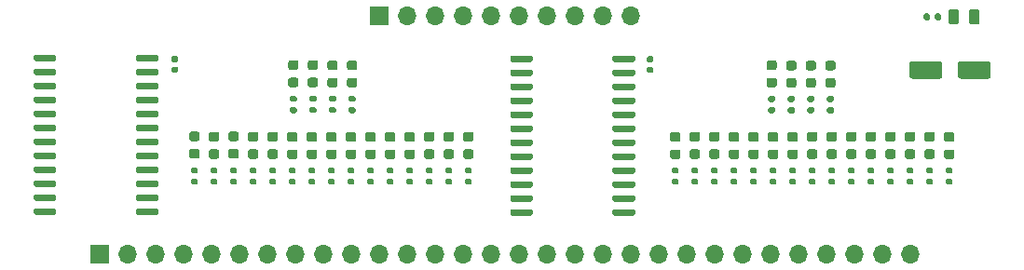
<source format=gbr>
%TF.GenerationSoftware,KiCad,Pcbnew,(5.1.10-1-10_14)*%
%TF.CreationDate,2021-09-30T16:16:12-04:00*%
%TF.ProjectId,bus-controller,6275732d-636f-46e7-9472-6f6c6c65722e,rev?*%
%TF.SameCoordinates,Original*%
%TF.FileFunction,Soldermask,Top*%
%TF.FilePolarity,Negative*%
%FSLAX46Y46*%
G04 Gerber Fmt 4.6, Leading zero omitted, Abs format (unit mm)*
G04 Created by KiCad (PCBNEW (5.1.10-1-10_14)) date 2021-09-30 16:16:12*
%MOMM*%
%LPD*%
G01*
G04 APERTURE LIST*
%ADD10O,1.700000X1.700000*%
%ADD11R,1.700000X1.700000*%
G04 APERTURE END LIST*
%TO.C,R39*%
G36*
G01*
X187466000Y-110813000D02*
X187466000Y-111183000D01*
G75*
G02*
X187331000Y-111318000I-135000J0D01*
G01*
X187061000Y-111318000D01*
G75*
G02*
X186926000Y-111183000I0J135000D01*
G01*
X186926000Y-110813000D01*
G75*
G02*
X187061000Y-110678000I135000J0D01*
G01*
X187331000Y-110678000D01*
G75*
G02*
X187466000Y-110813000I0J-135000D01*
G01*
G37*
G36*
G01*
X188486000Y-110813000D02*
X188486000Y-111183000D01*
G75*
G02*
X188351000Y-111318000I-135000J0D01*
G01*
X188081000Y-111318000D01*
G75*
G02*
X187946000Y-111183000I0J135000D01*
G01*
X187946000Y-110813000D01*
G75*
G02*
X188081000Y-110678000I135000J0D01*
G01*
X188351000Y-110678000D01*
G75*
G02*
X188486000Y-110813000I0J-135000D01*
G01*
G37*
%TD*%
%TO.C,D39*%
G36*
G01*
X191028500Y-111454250D02*
X191028500Y-110541750D01*
G75*
G02*
X191272250Y-110298000I243750J0D01*
G01*
X191759750Y-110298000D01*
G75*
G02*
X192003500Y-110541750I0J-243750D01*
G01*
X192003500Y-111454250D01*
G75*
G02*
X191759750Y-111698000I-243750J0D01*
G01*
X191272250Y-111698000D01*
G75*
G02*
X191028500Y-111454250I0J243750D01*
G01*
G37*
G36*
G01*
X189153500Y-111454250D02*
X189153500Y-110541750D01*
G75*
G02*
X189397250Y-110298000I243750J0D01*
G01*
X189884750Y-110298000D01*
G75*
G02*
X190128500Y-110541750I0J-243750D01*
G01*
X190128500Y-111454250D01*
G75*
G02*
X189884750Y-111698000I-243750J0D01*
G01*
X189397250Y-111698000D01*
G75*
G02*
X189153500Y-111454250I0J243750D01*
G01*
G37*
%TD*%
D10*
%TO.C,J2*%
X160330000Y-110890000D03*
X157790000Y-110890000D03*
X155250000Y-110890000D03*
X152710000Y-110890000D03*
X150170000Y-110890000D03*
X147630000Y-110890000D03*
X145090000Y-110890000D03*
X142550000Y-110890000D03*
X140010000Y-110890000D03*
D11*
X137470000Y-110890000D03*
%TD*%
D10*
%TO.C,J1*%
X185674000Y-132580000D03*
X183134000Y-132580000D03*
X180594000Y-132580000D03*
X178054000Y-132580000D03*
X175514000Y-132580000D03*
X172974000Y-132580000D03*
X170434000Y-132580000D03*
X167894000Y-132580000D03*
X165354000Y-132580000D03*
X162814000Y-132580000D03*
X160274000Y-132580000D03*
X157734000Y-132580000D03*
X155194000Y-132580000D03*
X152654000Y-132580000D03*
X150114000Y-132580000D03*
X147574000Y-132580000D03*
X145034000Y-132580000D03*
X142494000Y-132580000D03*
X139954000Y-132580000D03*
X137414000Y-132580000D03*
X134874000Y-132580000D03*
X132334000Y-132580000D03*
X129794000Y-132580000D03*
X127254000Y-132580000D03*
X124714000Y-132580000D03*
X122174000Y-132580000D03*
X119634000Y-132580000D03*
X117094000Y-132580000D03*
X114554000Y-132580000D03*
D11*
X112014000Y-132580000D03*
%TD*%
%TO.C,R38*%
G36*
G01*
X189045000Y-125716000D02*
X189415000Y-125716000D01*
G75*
G02*
X189550000Y-125851000I0J-135000D01*
G01*
X189550000Y-126121000D01*
G75*
G02*
X189415000Y-126256000I-135000J0D01*
G01*
X189045000Y-126256000D01*
G75*
G02*
X188910000Y-126121000I0J135000D01*
G01*
X188910000Y-125851000D01*
G75*
G02*
X189045000Y-125716000I135000J0D01*
G01*
G37*
G36*
G01*
X189045000Y-124696000D02*
X189415000Y-124696000D01*
G75*
G02*
X189550000Y-124831000I0J-135000D01*
G01*
X189550000Y-125101000D01*
G75*
G02*
X189415000Y-125236000I-135000J0D01*
G01*
X189045000Y-125236000D01*
G75*
G02*
X188910000Y-125101000I0J135000D01*
G01*
X188910000Y-124831000D01*
G75*
G02*
X189045000Y-124696000I135000J0D01*
G01*
G37*
%TD*%
%TO.C,R37*%
G36*
G01*
X187267000Y-125714000D02*
X187637000Y-125714000D01*
G75*
G02*
X187772000Y-125849000I0J-135000D01*
G01*
X187772000Y-126119000D01*
G75*
G02*
X187637000Y-126254000I-135000J0D01*
G01*
X187267000Y-126254000D01*
G75*
G02*
X187132000Y-126119000I0J135000D01*
G01*
X187132000Y-125849000D01*
G75*
G02*
X187267000Y-125714000I135000J0D01*
G01*
G37*
G36*
G01*
X187267000Y-124694000D02*
X187637000Y-124694000D01*
G75*
G02*
X187772000Y-124829000I0J-135000D01*
G01*
X187772000Y-125099000D01*
G75*
G02*
X187637000Y-125234000I-135000J0D01*
G01*
X187267000Y-125234000D01*
G75*
G02*
X187132000Y-125099000I0J135000D01*
G01*
X187132000Y-124829000D01*
G75*
G02*
X187267000Y-124694000I135000J0D01*
G01*
G37*
%TD*%
%TO.C,R36*%
G36*
G01*
X185489000Y-125714000D02*
X185859000Y-125714000D01*
G75*
G02*
X185994000Y-125849000I0J-135000D01*
G01*
X185994000Y-126119000D01*
G75*
G02*
X185859000Y-126254000I-135000J0D01*
G01*
X185489000Y-126254000D01*
G75*
G02*
X185354000Y-126119000I0J135000D01*
G01*
X185354000Y-125849000D01*
G75*
G02*
X185489000Y-125714000I135000J0D01*
G01*
G37*
G36*
G01*
X185489000Y-124694000D02*
X185859000Y-124694000D01*
G75*
G02*
X185994000Y-124829000I0J-135000D01*
G01*
X185994000Y-125099000D01*
G75*
G02*
X185859000Y-125234000I-135000J0D01*
G01*
X185489000Y-125234000D01*
G75*
G02*
X185354000Y-125099000I0J135000D01*
G01*
X185354000Y-124829000D01*
G75*
G02*
X185489000Y-124694000I135000J0D01*
G01*
G37*
%TD*%
%TO.C,R35*%
G36*
G01*
X183711000Y-125714000D02*
X184081000Y-125714000D01*
G75*
G02*
X184216000Y-125849000I0J-135000D01*
G01*
X184216000Y-126119000D01*
G75*
G02*
X184081000Y-126254000I-135000J0D01*
G01*
X183711000Y-126254000D01*
G75*
G02*
X183576000Y-126119000I0J135000D01*
G01*
X183576000Y-125849000D01*
G75*
G02*
X183711000Y-125714000I135000J0D01*
G01*
G37*
G36*
G01*
X183711000Y-124694000D02*
X184081000Y-124694000D01*
G75*
G02*
X184216000Y-124829000I0J-135000D01*
G01*
X184216000Y-125099000D01*
G75*
G02*
X184081000Y-125234000I-135000J0D01*
G01*
X183711000Y-125234000D01*
G75*
G02*
X183576000Y-125099000I0J135000D01*
G01*
X183576000Y-124829000D01*
G75*
G02*
X183711000Y-124694000I135000J0D01*
G01*
G37*
%TD*%
%TO.C,R34*%
G36*
G01*
X181933000Y-125718000D02*
X182303000Y-125718000D01*
G75*
G02*
X182438000Y-125853000I0J-135000D01*
G01*
X182438000Y-126123000D01*
G75*
G02*
X182303000Y-126258000I-135000J0D01*
G01*
X181933000Y-126258000D01*
G75*
G02*
X181798000Y-126123000I0J135000D01*
G01*
X181798000Y-125853000D01*
G75*
G02*
X181933000Y-125718000I135000J0D01*
G01*
G37*
G36*
G01*
X181933000Y-124698000D02*
X182303000Y-124698000D01*
G75*
G02*
X182438000Y-124833000I0J-135000D01*
G01*
X182438000Y-125103000D01*
G75*
G02*
X182303000Y-125238000I-135000J0D01*
G01*
X181933000Y-125238000D01*
G75*
G02*
X181798000Y-125103000I0J135000D01*
G01*
X181798000Y-124833000D01*
G75*
G02*
X181933000Y-124698000I135000J0D01*
G01*
G37*
%TD*%
%TO.C,R33*%
G36*
G01*
X180155000Y-125714000D02*
X180525000Y-125714000D01*
G75*
G02*
X180660000Y-125849000I0J-135000D01*
G01*
X180660000Y-126119000D01*
G75*
G02*
X180525000Y-126254000I-135000J0D01*
G01*
X180155000Y-126254000D01*
G75*
G02*
X180020000Y-126119000I0J135000D01*
G01*
X180020000Y-125849000D01*
G75*
G02*
X180155000Y-125714000I135000J0D01*
G01*
G37*
G36*
G01*
X180155000Y-124694000D02*
X180525000Y-124694000D01*
G75*
G02*
X180660000Y-124829000I0J-135000D01*
G01*
X180660000Y-125099000D01*
G75*
G02*
X180525000Y-125234000I-135000J0D01*
G01*
X180155000Y-125234000D01*
G75*
G02*
X180020000Y-125099000I0J135000D01*
G01*
X180020000Y-124829000D01*
G75*
G02*
X180155000Y-124694000I135000J0D01*
G01*
G37*
%TD*%
%TO.C,R32*%
G36*
G01*
X178377000Y-125716000D02*
X178747000Y-125716000D01*
G75*
G02*
X178882000Y-125851000I0J-135000D01*
G01*
X178882000Y-126121000D01*
G75*
G02*
X178747000Y-126256000I-135000J0D01*
G01*
X178377000Y-126256000D01*
G75*
G02*
X178242000Y-126121000I0J135000D01*
G01*
X178242000Y-125851000D01*
G75*
G02*
X178377000Y-125716000I135000J0D01*
G01*
G37*
G36*
G01*
X178377000Y-124696000D02*
X178747000Y-124696000D01*
G75*
G02*
X178882000Y-124831000I0J-135000D01*
G01*
X178882000Y-125101000D01*
G75*
G02*
X178747000Y-125236000I-135000J0D01*
G01*
X178377000Y-125236000D01*
G75*
G02*
X178242000Y-125101000I0J135000D01*
G01*
X178242000Y-124831000D01*
G75*
G02*
X178377000Y-124696000I135000J0D01*
G01*
G37*
%TD*%
%TO.C,R31*%
G36*
G01*
X176599000Y-125714000D02*
X176969000Y-125714000D01*
G75*
G02*
X177104000Y-125849000I0J-135000D01*
G01*
X177104000Y-126119000D01*
G75*
G02*
X176969000Y-126254000I-135000J0D01*
G01*
X176599000Y-126254000D01*
G75*
G02*
X176464000Y-126119000I0J135000D01*
G01*
X176464000Y-125849000D01*
G75*
G02*
X176599000Y-125714000I135000J0D01*
G01*
G37*
G36*
G01*
X176599000Y-124694000D02*
X176969000Y-124694000D01*
G75*
G02*
X177104000Y-124829000I0J-135000D01*
G01*
X177104000Y-125099000D01*
G75*
G02*
X176969000Y-125234000I-135000J0D01*
G01*
X176599000Y-125234000D01*
G75*
G02*
X176464000Y-125099000I0J135000D01*
G01*
X176464000Y-124829000D01*
G75*
G02*
X176599000Y-124694000I135000J0D01*
G01*
G37*
%TD*%
%TO.C,R30*%
G36*
G01*
X174821000Y-125718000D02*
X175191000Y-125718000D01*
G75*
G02*
X175326000Y-125853000I0J-135000D01*
G01*
X175326000Y-126123000D01*
G75*
G02*
X175191000Y-126258000I-135000J0D01*
G01*
X174821000Y-126258000D01*
G75*
G02*
X174686000Y-126123000I0J135000D01*
G01*
X174686000Y-125853000D01*
G75*
G02*
X174821000Y-125718000I135000J0D01*
G01*
G37*
G36*
G01*
X174821000Y-124698000D02*
X175191000Y-124698000D01*
G75*
G02*
X175326000Y-124833000I0J-135000D01*
G01*
X175326000Y-125103000D01*
G75*
G02*
X175191000Y-125238000I-135000J0D01*
G01*
X174821000Y-125238000D01*
G75*
G02*
X174686000Y-125103000I0J135000D01*
G01*
X174686000Y-124833000D01*
G75*
G02*
X174821000Y-124698000I135000J0D01*
G01*
G37*
%TD*%
%TO.C,R29*%
G36*
G01*
X173043000Y-125716000D02*
X173413000Y-125716000D01*
G75*
G02*
X173548000Y-125851000I0J-135000D01*
G01*
X173548000Y-126121000D01*
G75*
G02*
X173413000Y-126256000I-135000J0D01*
G01*
X173043000Y-126256000D01*
G75*
G02*
X172908000Y-126121000I0J135000D01*
G01*
X172908000Y-125851000D01*
G75*
G02*
X173043000Y-125716000I135000J0D01*
G01*
G37*
G36*
G01*
X173043000Y-124696000D02*
X173413000Y-124696000D01*
G75*
G02*
X173548000Y-124831000I0J-135000D01*
G01*
X173548000Y-125101000D01*
G75*
G02*
X173413000Y-125236000I-135000J0D01*
G01*
X173043000Y-125236000D01*
G75*
G02*
X172908000Y-125101000I0J135000D01*
G01*
X172908000Y-124831000D01*
G75*
G02*
X173043000Y-124696000I135000J0D01*
G01*
G37*
%TD*%
%TO.C,R28*%
G36*
G01*
X171265000Y-125716000D02*
X171635000Y-125716000D01*
G75*
G02*
X171770000Y-125851000I0J-135000D01*
G01*
X171770000Y-126121000D01*
G75*
G02*
X171635000Y-126256000I-135000J0D01*
G01*
X171265000Y-126256000D01*
G75*
G02*
X171130000Y-126121000I0J135000D01*
G01*
X171130000Y-125851000D01*
G75*
G02*
X171265000Y-125716000I135000J0D01*
G01*
G37*
G36*
G01*
X171265000Y-124696000D02*
X171635000Y-124696000D01*
G75*
G02*
X171770000Y-124831000I0J-135000D01*
G01*
X171770000Y-125101000D01*
G75*
G02*
X171635000Y-125236000I-135000J0D01*
G01*
X171265000Y-125236000D01*
G75*
G02*
X171130000Y-125101000I0J135000D01*
G01*
X171130000Y-124831000D01*
G75*
G02*
X171265000Y-124696000I135000J0D01*
G01*
G37*
%TD*%
%TO.C,R27*%
G36*
G01*
X169487000Y-125714000D02*
X169857000Y-125714000D01*
G75*
G02*
X169992000Y-125849000I0J-135000D01*
G01*
X169992000Y-126119000D01*
G75*
G02*
X169857000Y-126254000I-135000J0D01*
G01*
X169487000Y-126254000D01*
G75*
G02*
X169352000Y-126119000I0J135000D01*
G01*
X169352000Y-125849000D01*
G75*
G02*
X169487000Y-125714000I135000J0D01*
G01*
G37*
G36*
G01*
X169487000Y-124694000D02*
X169857000Y-124694000D01*
G75*
G02*
X169992000Y-124829000I0J-135000D01*
G01*
X169992000Y-125099000D01*
G75*
G02*
X169857000Y-125234000I-135000J0D01*
G01*
X169487000Y-125234000D01*
G75*
G02*
X169352000Y-125099000I0J135000D01*
G01*
X169352000Y-124829000D01*
G75*
G02*
X169487000Y-124694000I135000J0D01*
G01*
G37*
%TD*%
%TO.C,R26*%
G36*
G01*
X167709000Y-125716000D02*
X168079000Y-125716000D01*
G75*
G02*
X168214000Y-125851000I0J-135000D01*
G01*
X168214000Y-126121000D01*
G75*
G02*
X168079000Y-126256000I-135000J0D01*
G01*
X167709000Y-126256000D01*
G75*
G02*
X167574000Y-126121000I0J135000D01*
G01*
X167574000Y-125851000D01*
G75*
G02*
X167709000Y-125716000I135000J0D01*
G01*
G37*
G36*
G01*
X167709000Y-124696000D02*
X168079000Y-124696000D01*
G75*
G02*
X168214000Y-124831000I0J-135000D01*
G01*
X168214000Y-125101000D01*
G75*
G02*
X168079000Y-125236000I-135000J0D01*
G01*
X167709000Y-125236000D01*
G75*
G02*
X167574000Y-125101000I0J135000D01*
G01*
X167574000Y-124831000D01*
G75*
G02*
X167709000Y-124696000I135000J0D01*
G01*
G37*
%TD*%
%TO.C,R25*%
G36*
G01*
X165931000Y-125716000D02*
X166301000Y-125716000D01*
G75*
G02*
X166436000Y-125851000I0J-135000D01*
G01*
X166436000Y-126121000D01*
G75*
G02*
X166301000Y-126256000I-135000J0D01*
G01*
X165931000Y-126256000D01*
G75*
G02*
X165796000Y-126121000I0J135000D01*
G01*
X165796000Y-125851000D01*
G75*
G02*
X165931000Y-125716000I135000J0D01*
G01*
G37*
G36*
G01*
X165931000Y-124696000D02*
X166301000Y-124696000D01*
G75*
G02*
X166436000Y-124831000I0J-135000D01*
G01*
X166436000Y-125101000D01*
G75*
G02*
X166301000Y-125236000I-135000J0D01*
G01*
X165931000Y-125236000D01*
G75*
G02*
X165796000Y-125101000I0J135000D01*
G01*
X165796000Y-124831000D01*
G75*
G02*
X165931000Y-124696000I135000J0D01*
G01*
G37*
%TD*%
%TO.C,R24*%
G36*
G01*
X164153000Y-125716000D02*
X164523000Y-125716000D01*
G75*
G02*
X164658000Y-125851000I0J-135000D01*
G01*
X164658000Y-126121000D01*
G75*
G02*
X164523000Y-126256000I-135000J0D01*
G01*
X164153000Y-126256000D01*
G75*
G02*
X164018000Y-126121000I0J135000D01*
G01*
X164018000Y-125851000D01*
G75*
G02*
X164153000Y-125716000I135000J0D01*
G01*
G37*
G36*
G01*
X164153000Y-124696000D02*
X164523000Y-124696000D01*
G75*
G02*
X164658000Y-124831000I0J-135000D01*
G01*
X164658000Y-125101000D01*
G75*
G02*
X164523000Y-125236000I-135000J0D01*
G01*
X164153000Y-125236000D01*
G75*
G02*
X164018000Y-125101000I0J135000D01*
G01*
X164018000Y-124831000D01*
G75*
G02*
X164153000Y-124696000I135000J0D01*
G01*
G37*
%TD*%
%TO.C,D38*%
G36*
G01*
X189486250Y-122357500D02*
X188973750Y-122357500D01*
G75*
G02*
X188755000Y-122138750I0J218750D01*
G01*
X188755000Y-121701250D01*
G75*
G02*
X188973750Y-121482500I218750J0D01*
G01*
X189486250Y-121482500D01*
G75*
G02*
X189705000Y-121701250I0J-218750D01*
G01*
X189705000Y-122138750D01*
G75*
G02*
X189486250Y-122357500I-218750J0D01*
G01*
G37*
G36*
G01*
X189486250Y-123932500D02*
X188973750Y-123932500D01*
G75*
G02*
X188755000Y-123713750I0J218750D01*
G01*
X188755000Y-123276250D01*
G75*
G02*
X188973750Y-123057500I218750J0D01*
G01*
X189486250Y-123057500D01*
G75*
G02*
X189705000Y-123276250I0J-218750D01*
G01*
X189705000Y-123713750D01*
G75*
G02*
X189486250Y-123932500I-218750J0D01*
G01*
G37*
%TD*%
%TO.C,D37*%
G36*
G01*
X187708250Y-122332000D02*
X187195750Y-122332000D01*
G75*
G02*
X186977000Y-122113250I0J218750D01*
G01*
X186977000Y-121675750D01*
G75*
G02*
X187195750Y-121457000I218750J0D01*
G01*
X187708250Y-121457000D01*
G75*
G02*
X187927000Y-121675750I0J-218750D01*
G01*
X187927000Y-122113250D01*
G75*
G02*
X187708250Y-122332000I-218750J0D01*
G01*
G37*
G36*
G01*
X187708250Y-123907000D02*
X187195750Y-123907000D01*
G75*
G02*
X186977000Y-123688250I0J218750D01*
G01*
X186977000Y-123250750D01*
G75*
G02*
X187195750Y-123032000I218750J0D01*
G01*
X187708250Y-123032000D01*
G75*
G02*
X187927000Y-123250750I0J-218750D01*
G01*
X187927000Y-123688250D01*
G75*
G02*
X187708250Y-123907000I-218750J0D01*
G01*
G37*
%TD*%
%TO.C,D36*%
G36*
G01*
X185930250Y-122332000D02*
X185417750Y-122332000D01*
G75*
G02*
X185199000Y-122113250I0J218750D01*
G01*
X185199000Y-121675750D01*
G75*
G02*
X185417750Y-121457000I218750J0D01*
G01*
X185930250Y-121457000D01*
G75*
G02*
X186149000Y-121675750I0J-218750D01*
G01*
X186149000Y-122113250D01*
G75*
G02*
X185930250Y-122332000I-218750J0D01*
G01*
G37*
G36*
G01*
X185930250Y-123907000D02*
X185417750Y-123907000D01*
G75*
G02*
X185199000Y-123688250I0J218750D01*
G01*
X185199000Y-123250750D01*
G75*
G02*
X185417750Y-123032000I218750J0D01*
G01*
X185930250Y-123032000D01*
G75*
G02*
X186149000Y-123250750I0J-218750D01*
G01*
X186149000Y-123688250D01*
G75*
G02*
X185930250Y-123907000I-218750J0D01*
G01*
G37*
%TD*%
%TO.C,D35*%
G36*
G01*
X184152250Y-122332000D02*
X183639750Y-122332000D01*
G75*
G02*
X183421000Y-122113250I0J218750D01*
G01*
X183421000Y-121675750D01*
G75*
G02*
X183639750Y-121457000I218750J0D01*
G01*
X184152250Y-121457000D01*
G75*
G02*
X184371000Y-121675750I0J-218750D01*
G01*
X184371000Y-122113250D01*
G75*
G02*
X184152250Y-122332000I-218750J0D01*
G01*
G37*
G36*
G01*
X184152250Y-123907000D02*
X183639750Y-123907000D01*
G75*
G02*
X183421000Y-123688250I0J218750D01*
G01*
X183421000Y-123250750D01*
G75*
G02*
X183639750Y-123032000I218750J0D01*
G01*
X184152250Y-123032000D01*
G75*
G02*
X184371000Y-123250750I0J-218750D01*
G01*
X184371000Y-123688250D01*
G75*
G02*
X184152250Y-123907000I-218750J0D01*
G01*
G37*
%TD*%
%TO.C,D34*%
G36*
G01*
X182374250Y-122332000D02*
X181861750Y-122332000D01*
G75*
G02*
X181643000Y-122113250I0J218750D01*
G01*
X181643000Y-121675750D01*
G75*
G02*
X181861750Y-121457000I218750J0D01*
G01*
X182374250Y-121457000D01*
G75*
G02*
X182593000Y-121675750I0J-218750D01*
G01*
X182593000Y-122113250D01*
G75*
G02*
X182374250Y-122332000I-218750J0D01*
G01*
G37*
G36*
G01*
X182374250Y-123907000D02*
X181861750Y-123907000D01*
G75*
G02*
X181643000Y-123688250I0J218750D01*
G01*
X181643000Y-123250750D01*
G75*
G02*
X181861750Y-123032000I218750J0D01*
G01*
X182374250Y-123032000D01*
G75*
G02*
X182593000Y-123250750I0J-218750D01*
G01*
X182593000Y-123688250D01*
G75*
G02*
X182374250Y-123907000I-218750J0D01*
G01*
G37*
%TD*%
%TO.C,D33*%
G36*
G01*
X180596250Y-122332000D02*
X180083750Y-122332000D01*
G75*
G02*
X179865000Y-122113250I0J218750D01*
G01*
X179865000Y-121675750D01*
G75*
G02*
X180083750Y-121457000I218750J0D01*
G01*
X180596250Y-121457000D01*
G75*
G02*
X180815000Y-121675750I0J-218750D01*
G01*
X180815000Y-122113250D01*
G75*
G02*
X180596250Y-122332000I-218750J0D01*
G01*
G37*
G36*
G01*
X180596250Y-123907000D02*
X180083750Y-123907000D01*
G75*
G02*
X179865000Y-123688250I0J218750D01*
G01*
X179865000Y-123250750D01*
G75*
G02*
X180083750Y-123032000I218750J0D01*
G01*
X180596250Y-123032000D01*
G75*
G02*
X180815000Y-123250750I0J-218750D01*
G01*
X180815000Y-123688250D01*
G75*
G02*
X180596250Y-123907000I-218750J0D01*
G01*
G37*
%TD*%
%TO.C,D32*%
G36*
G01*
X178818250Y-122332000D02*
X178305750Y-122332000D01*
G75*
G02*
X178087000Y-122113250I0J218750D01*
G01*
X178087000Y-121675750D01*
G75*
G02*
X178305750Y-121457000I218750J0D01*
G01*
X178818250Y-121457000D01*
G75*
G02*
X179037000Y-121675750I0J-218750D01*
G01*
X179037000Y-122113250D01*
G75*
G02*
X178818250Y-122332000I-218750J0D01*
G01*
G37*
G36*
G01*
X178818250Y-123907000D02*
X178305750Y-123907000D01*
G75*
G02*
X178087000Y-123688250I0J218750D01*
G01*
X178087000Y-123250750D01*
G75*
G02*
X178305750Y-123032000I218750J0D01*
G01*
X178818250Y-123032000D01*
G75*
G02*
X179037000Y-123250750I0J-218750D01*
G01*
X179037000Y-123688250D01*
G75*
G02*
X178818250Y-123907000I-218750J0D01*
G01*
G37*
%TD*%
%TO.C,D31*%
G36*
G01*
X177040250Y-122332000D02*
X176527750Y-122332000D01*
G75*
G02*
X176309000Y-122113250I0J218750D01*
G01*
X176309000Y-121675750D01*
G75*
G02*
X176527750Y-121457000I218750J0D01*
G01*
X177040250Y-121457000D01*
G75*
G02*
X177259000Y-121675750I0J-218750D01*
G01*
X177259000Y-122113250D01*
G75*
G02*
X177040250Y-122332000I-218750J0D01*
G01*
G37*
G36*
G01*
X177040250Y-123907000D02*
X176527750Y-123907000D01*
G75*
G02*
X176309000Y-123688250I0J218750D01*
G01*
X176309000Y-123250750D01*
G75*
G02*
X176527750Y-123032000I218750J0D01*
G01*
X177040250Y-123032000D01*
G75*
G02*
X177259000Y-123250750I0J-218750D01*
G01*
X177259000Y-123688250D01*
G75*
G02*
X177040250Y-123907000I-218750J0D01*
G01*
G37*
%TD*%
%TO.C,D30*%
G36*
G01*
X175262250Y-122357500D02*
X174749750Y-122357500D01*
G75*
G02*
X174531000Y-122138750I0J218750D01*
G01*
X174531000Y-121701250D01*
G75*
G02*
X174749750Y-121482500I218750J0D01*
G01*
X175262250Y-121482500D01*
G75*
G02*
X175481000Y-121701250I0J-218750D01*
G01*
X175481000Y-122138750D01*
G75*
G02*
X175262250Y-122357500I-218750J0D01*
G01*
G37*
G36*
G01*
X175262250Y-123932500D02*
X174749750Y-123932500D01*
G75*
G02*
X174531000Y-123713750I0J218750D01*
G01*
X174531000Y-123276250D01*
G75*
G02*
X174749750Y-123057500I218750J0D01*
G01*
X175262250Y-123057500D01*
G75*
G02*
X175481000Y-123276250I0J-218750D01*
G01*
X175481000Y-123713750D01*
G75*
G02*
X175262250Y-123932500I-218750J0D01*
G01*
G37*
%TD*%
%TO.C,D29*%
G36*
G01*
X173484250Y-122357500D02*
X172971750Y-122357500D01*
G75*
G02*
X172753000Y-122138750I0J218750D01*
G01*
X172753000Y-121701250D01*
G75*
G02*
X172971750Y-121482500I218750J0D01*
G01*
X173484250Y-121482500D01*
G75*
G02*
X173703000Y-121701250I0J-218750D01*
G01*
X173703000Y-122138750D01*
G75*
G02*
X173484250Y-122357500I-218750J0D01*
G01*
G37*
G36*
G01*
X173484250Y-123932500D02*
X172971750Y-123932500D01*
G75*
G02*
X172753000Y-123713750I0J218750D01*
G01*
X172753000Y-123276250D01*
G75*
G02*
X172971750Y-123057500I218750J0D01*
G01*
X173484250Y-123057500D01*
G75*
G02*
X173703000Y-123276250I0J-218750D01*
G01*
X173703000Y-123713750D01*
G75*
G02*
X173484250Y-123932500I-218750J0D01*
G01*
G37*
%TD*%
%TO.C,D28*%
G36*
G01*
X171706250Y-122357500D02*
X171193750Y-122357500D01*
G75*
G02*
X170975000Y-122138750I0J218750D01*
G01*
X170975000Y-121701250D01*
G75*
G02*
X171193750Y-121482500I218750J0D01*
G01*
X171706250Y-121482500D01*
G75*
G02*
X171925000Y-121701250I0J-218750D01*
G01*
X171925000Y-122138750D01*
G75*
G02*
X171706250Y-122357500I-218750J0D01*
G01*
G37*
G36*
G01*
X171706250Y-123932500D02*
X171193750Y-123932500D01*
G75*
G02*
X170975000Y-123713750I0J218750D01*
G01*
X170975000Y-123276250D01*
G75*
G02*
X171193750Y-123057500I218750J0D01*
G01*
X171706250Y-123057500D01*
G75*
G02*
X171925000Y-123276250I0J-218750D01*
G01*
X171925000Y-123713750D01*
G75*
G02*
X171706250Y-123932500I-218750J0D01*
G01*
G37*
%TD*%
%TO.C,D27*%
G36*
G01*
X169928250Y-122357500D02*
X169415750Y-122357500D01*
G75*
G02*
X169197000Y-122138750I0J218750D01*
G01*
X169197000Y-121701250D01*
G75*
G02*
X169415750Y-121482500I218750J0D01*
G01*
X169928250Y-121482500D01*
G75*
G02*
X170147000Y-121701250I0J-218750D01*
G01*
X170147000Y-122138750D01*
G75*
G02*
X169928250Y-122357500I-218750J0D01*
G01*
G37*
G36*
G01*
X169928250Y-123932500D02*
X169415750Y-123932500D01*
G75*
G02*
X169197000Y-123713750I0J218750D01*
G01*
X169197000Y-123276250D01*
G75*
G02*
X169415750Y-123057500I218750J0D01*
G01*
X169928250Y-123057500D01*
G75*
G02*
X170147000Y-123276250I0J-218750D01*
G01*
X170147000Y-123713750D01*
G75*
G02*
X169928250Y-123932500I-218750J0D01*
G01*
G37*
%TD*%
%TO.C,D26*%
G36*
G01*
X168150250Y-122332000D02*
X167637750Y-122332000D01*
G75*
G02*
X167419000Y-122113250I0J218750D01*
G01*
X167419000Y-121675750D01*
G75*
G02*
X167637750Y-121457000I218750J0D01*
G01*
X168150250Y-121457000D01*
G75*
G02*
X168369000Y-121675750I0J-218750D01*
G01*
X168369000Y-122113250D01*
G75*
G02*
X168150250Y-122332000I-218750J0D01*
G01*
G37*
G36*
G01*
X168150250Y-123907000D02*
X167637750Y-123907000D01*
G75*
G02*
X167419000Y-123688250I0J218750D01*
G01*
X167419000Y-123250750D01*
G75*
G02*
X167637750Y-123032000I218750J0D01*
G01*
X168150250Y-123032000D01*
G75*
G02*
X168369000Y-123250750I0J-218750D01*
G01*
X168369000Y-123688250D01*
G75*
G02*
X168150250Y-123907000I-218750J0D01*
G01*
G37*
%TD*%
%TO.C,D25*%
G36*
G01*
X166372250Y-122332000D02*
X165859750Y-122332000D01*
G75*
G02*
X165641000Y-122113250I0J218750D01*
G01*
X165641000Y-121675750D01*
G75*
G02*
X165859750Y-121457000I218750J0D01*
G01*
X166372250Y-121457000D01*
G75*
G02*
X166591000Y-121675750I0J-218750D01*
G01*
X166591000Y-122113250D01*
G75*
G02*
X166372250Y-122332000I-218750J0D01*
G01*
G37*
G36*
G01*
X166372250Y-123907000D02*
X165859750Y-123907000D01*
G75*
G02*
X165641000Y-123688250I0J218750D01*
G01*
X165641000Y-123250750D01*
G75*
G02*
X165859750Y-123032000I218750J0D01*
G01*
X166372250Y-123032000D01*
G75*
G02*
X166591000Y-123250750I0J-218750D01*
G01*
X166591000Y-123688250D01*
G75*
G02*
X166372250Y-123907000I-218750J0D01*
G01*
G37*
%TD*%
%TO.C,D24*%
G36*
G01*
X164594250Y-122357500D02*
X164081750Y-122357500D01*
G75*
G02*
X163863000Y-122138750I0J218750D01*
G01*
X163863000Y-121701250D01*
G75*
G02*
X164081750Y-121482500I218750J0D01*
G01*
X164594250Y-121482500D01*
G75*
G02*
X164813000Y-121701250I0J-218750D01*
G01*
X164813000Y-122138750D01*
G75*
G02*
X164594250Y-122357500I-218750J0D01*
G01*
G37*
G36*
G01*
X164594250Y-123932500D02*
X164081750Y-123932500D01*
G75*
G02*
X163863000Y-123713750I0J218750D01*
G01*
X163863000Y-123276250D01*
G75*
G02*
X164081750Y-123057500I218750J0D01*
G01*
X164594250Y-123057500D01*
G75*
G02*
X164813000Y-123276250I0J-218750D01*
G01*
X164813000Y-123713750D01*
G75*
G02*
X164594250Y-123932500I-218750J0D01*
G01*
G37*
%TD*%
%TO.C,R17*%
G36*
G01*
X134689000Y-125716000D02*
X135059000Y-125716000D01*
G75*
G02*
X135194000Y-125851000I0J-135000D01*
G01*
X135194000Y-126121000D01*
G75*
G02*
X135059000Y-126256000I-135000J0D01*
G01*
X134689000Y-126256000D01*
G75*
G02*
X134554000Y-126121000I0J135000D01*
G01*
X134554000Y-125851000D01*
G75*
G02*
X134689000Y-125716000I135000J0D01*
G01*
G37*
G36*
G01*
X134689000Y-124696000D02*
X135059000Y-124696000D01*
G75*
G02*
X135194000Y-124831000I0J-135000D01*
G01*
X135194000Y-125101000D01*
G75*
G02*
X135059000Y-125236000I-135000J0D01*
G01*
X134689000Y-125236000D01*
G75*
G02*
X134554000Y-125101000I0J135000D01*
G01*
X134554000Y-124831000D01*
G75*
G02*
X134689000Y-124696000I135000J0D01*
G01*
G37*
%TD*%
%TO.C,R23*%
G36*
G01*
X145357000Y-125714000D02*
X145727000Y-125714000D01*
G75*
G02*
X145862000Y-125849000I0J-135000D01*
G01*
X145862000Y-126119000D01*
G75*
G02*
X145727000Y-126254000I-135000J0D01*
G01*
X145357000Y-126254000D01*
G75*
G02*
X145222000Y-126119000I0J135000D01*
G01*
X145222000Y-125849000D01*
G75*
G02*
X145357000Y-125714000I135000J0D01*
G01*
G37*
G36*
G01*
X145357000Y-124694000D02*
X145727000Y-124694000D01*
G75*
G02*
X145862000Y-124829000I0J-135000D01*
G01*
X145862000Y-125099000D01*
G75*
G02*
X145727000Y-125234000I-135000J0D01*
G01*
X145357000Y-125234000D01*
G75*
G02*
X145222000Y-125099000I0J135000D01*
G01*
X145222000Y-124829000D01*
G75*
G02*
X145357000Y-124694000I135000J0D01*
G01*
G37*
%TD*%
%TO.C,R22*%
G36*
G01*
X143579000Y-125718000D02*
X143949000Y-125718000D01*
G75*
G02*
X144084000Y-125853000I0J-135000D01*
G01*
X144084000Y-126123000D01*
G75*
G02*
X143949000Y-126258000I-135000J0D01*
G01*
X143579000Y-126258000D01*
G75*
G02*
X143444000Y-126123000I0J135000D01*
G01*
X143444000Y-125853000D01*
G75*
G02*
X143579000Y-125718000I135000J0D01*
G01*
G37*
G36*
G01*
X143579000Y-124698000D02*
X143949000Y-124698000D01*
G75*
G02*
X144084000Y-124833000I0J-135000D01*
G01*
X144084000Y-125103000D01*
G75*
G02*
X143949000Y-125238000I-135000J0D01*
G01*
X143579000Y-125238000D01*
G75*
G02*
X143444000Y-125103000I0J135000D01*
G01*
X143444000Y-124833000D01*
G75*
G02*
X143579000Y-124698000I135000J0D01*
G01*
G37*
%TD*%
%TO.C,R21*%
G36*
G01*
X141801000Y-125718000D02*
X142171000Y-125718000D01*
G75*
G02*
X142306000Y-125853000I0J-135000D01*
G01*
X142306000Y-126123000D01*
G75*
G02*
X142171000Y-126258000I-135000J0D01*
G01*
X141801000Y-126258000D01*
G75*
G02*
X141666000Y-126123000I0J135000D01*
G01*
X141666000Y-125853000D01*
G75*
G02*
X141801000Y-125718000I135000J0D01*
G01*
G37*
G36*
G01*
X141801000Y-124698000D02*
X142171000Y-124698000D01*
G75*
G02*
X142306000Y-124833000I0J-135000D01*
G01*
X142306000Y-125103000D01*
G75*
G02*
X142171000Y-125238000I-135000J0D01*
G01*
X141801000Y-125238000D01*
G75*
G02*
X141666000Y-125103000I0J135000D01*
G01*
X141666000Y-124833000D01*
G75*
G02*
X141801000Y-124698000I135000J0D01*
G01*
G37*
%TD*%
%TO.C,R20*%
G36*
G01*
X140023000Y-125718000D02*
X140393000Y-125718000D01*
G75*
G02*
X140528000Y-125853000I0J-135000D01*
G01*
X140528000Y-126123000D01*
G75*
G02*
X140393000Y-126258000I-135000J0D01*
G01*
X140023000Y-126258000D01*
G75*
G02*
X139888000Y-126123000I0J135000D01*
G01*
X139888000Y-125853000D01*
G75*
G02*
X140023000Y-125718000I135000J0D01*
G01*
G37*
G36*
G01*
X140023000Y-124698000D02*
X140393000Y-124698000D01*
G75*
G02*
X140528000Y-124833000I0J-135000D01*
G01*
X140528000Y-125103000D01*
G75*
G02*
X140393000Y-125238000I-135000J0D01*
G01*
X140023000Y-125238000D01*
G75*
G02*
X139888000Y-125103000I0J135000D01*
G01*
X139888000Y-124833000D01*
G75*
G02*
X140023000Y-124698000I135000J0D01*
G01*
G37*
%TD*%
%TO.C,R19*%
G36*
G01*
X138245000Y-125714000D02*
X138615000Y-125714000D01*
G75*
G02*
X138750000Y-125849000I0J-135000D01*
G01*
X138750000Y-126119000D01*
G75*
G02*
X138615000Y-126254000I-135000J0D01*
G01*
X138245000Y-126254000D01*
G75*
G02*
X138110000Y-126119000I0J135000D01*
G01*
X138110000Y-125849000D01*
G75*
G02*
X138245000Y-125714000I135000J0D01*
G01*
G37*
G36*
G01*
X138245000Y-124694000D02*
X138615000Y-124694000D01*
G75*
G02*
X138750000Y-124829000I0J-135000D01*
G01*
X138750000Y-125099000D01*
G75*
G02*
X138615000Y-125234000I-135000J0D01*
G01*
X138245000Y-125234000D01*
G75*
G02*
X138110000Y-125099000I0J135000D01*
G01*
X138110000Y-124829000D01*
G75*
G02*
X138245000Y-124694000I135000J0D01*
G01*
G37*
%TD*%
%TO.C,R18*%
G36*
G01*
X136467000Y-125716000D02*
X136837000Y-125716000D01*
G75*
G02*
X136972000Y-125851000I0J-135000D01*
G01*
X136972000Y-126121000D01*
G75*
G02*
X136837000Y-126256000I-135000J0D01*
G01*
X136467000Y-126256000D01*
G75*
G02*
X136332000Y-126121000I0J135000D01*
G01*
X136332000Y-125851000D01*
G75*
G02*
X136467000Y-125716000I135000J0D01*
G01*
G37*
G36*
G01*
X136467000Y-124696000D02*
X136837000Y-124696000D01*
G75*
G02*
X136972000Y-124831000I0J-135000D01*
G01*
X136972000Y-125101000D01*
G75*
G02*
X136837000Y-125236000I-135000J0D01*
G01*
X136467000Y-125236000D01*
G75*
G02*
X136332000Y-125101000I0J135000D01*
G01*
X136332000Y-124831000D01*
G75*
G02*
X136467000Y-124696000I135000J0D01*
G01*
G37*
%TD*%
%TO.C,R16*%
G36*
G01*
X132911000Y-125718000D02*
X133281000Y-125718000D01*
G75*
G02*
X133416000Y-125853000I0J-135000D01*
G01*
X133416000Y-126123000D01*
G75*
G02*
X133281000Y-126258000I-135000J0D01*
G01*
X132911000Y-126258000D01*
G75*
G02*
X132776000Y-126123000I0J135000D01*
G01*
X132776000Y-125853000D01*
G75*
G02*
X132911000Y-125718000I135000J0D01*
G01*
G37*
G36*
G01*
X132911000Y-124698000D02*
X133281000Y-124698000D01*
G75*
G02*
X133416000Y-124833000I0J-135000D01*
G01*
X133416000Y-125103000D01*
G75*
G02*
X133281000Y-125238000I-135000J0D01*
G01*
X132911000Y-125238000D01*
G75*
G02*
X132776000Y-125103000I0J135000D01*
G01*
X132776000Y-124833000D01*
G75*
G02*
X132911000Y-124698000I135000J0D01*
G01*
G37*
%TD*%
%TO.C,R15*%
G36*
G01*
X131133000Y-125716000D02*
X131503000Y-125716000D01*
G75*
G02*
X131638000Y-125851000I0J-135000D01*
G01*
X131638000Y-126121000D01*
G75*
G02*
X131503000Y-126256000I-135000J0D01*
G01*
X131133000Y-126256000D01*
G75*
G02*
X130998000Y-126121000I0J135000D01*
G01*
X130998000Y-125851000D01*
G75*
G02*
X131133000Y-125716000I135000J0D01*
G01*
G37*
G36*
G01*
X131133000Y-124696000D02*
X131503000Y-124696000D01*
G75*
G02*
X131638000Y-124831000I0J-135000D01*
G01*
X131638000Y-125101000D01*
G75*
G02*
X131503000Y-125236000I-135000J0D01*
G01*
X131133000Y-125236000D01*
G75*
G02*
X130998000Y-125101000I0J135000D01*
G01*
X130998000Y-124831000D01*
G75*
G02*
X131133000Y-124696000I135000J0D01*
G01*
G37*
%TD*%
%TO.C,R14*%
G36*
G01*
X129355000Y-125718000D02*
X129725000Y-125718000D01*
G75*
G02*
X129860000Y-125853000I0J-135000D01*
G01*
X129860000Y-126123000D01*
G75*
G02*
X129725000Y-126258000I-135000J0D01*
G01*
X129355000Y-126258000D01*
G75*
G02*
X129220000Y-126123000I0J135000D01*
G01*
X129220000Y-125853000D01*
G75*
G02*
X129355000Y-125718000I135000J0D01*
G01*
G37*
G36*
G01*
X129355000Y-124698000D02*
X129725000Y-124698000D01*
G75*
G02*
X129860000Y-124833000I0J-135000D01*
G01*
X129860000Y-125103000D01*
G75*
G02*
X129725000Y-125238000I-135000J0D01*
G01*
X129355000Y-125238000D01*
G75*
G02*
X129220000Y-125103000I0J135000D01*
G01*
X129220000Y-124833000D01*
G75*
G02*
X129355000Y-124698000I135000J0D01*
G01*
G37*
%TD*%
%TO.C,R13*%
G36*
G01*
X127577000Y-125714000D02*
X127947000Y-125714000D01*
G75*
G02*
X128082000Y-125849000I0J-135000D01*
G01*
X128082000Y-126119000D01*
G75*
G02*
X127947000Y-126254000I-135000J0D01*
G01*
X127577000Y-126254000D01*
G75*
G02*
X127442000Y-126119000I0J135000D01*
G01*
X127442000Y-125849000D01*
G75*
G02*
X127577000Y-125714000I135000J0D01*
G01*
G37*
G36*
G01*
X127577000Y-124694000D02*
X127947000Y-124694000D01*
G75*
G02*
X128082000Y-124829000I0J-135000D01*
G01*
X128082000Y-125099000D01*
G75*
G02*
X127947000Y-125234000I-135000J0D01*
G01*
X127577000Y-125234000D01*
G75*
G02*
X127442000Y-125099000I0J135000D01*
G01*
X127442000Y-124829000D01*
G75*
G02*
X127577000Y-124694000I135000J0D01*
G01*
G37*
%TD*%
%TO.C,R12*%
G36*
G01*
X125799000Y-125714000D02*
X126169000Y-125714000D01*
G75*
G02*
X126304000Y-125849000I0J-135000D01*
G01*
X126304000Y-126119000D01*
G75*
G02*
X126169000Y-126254000I-135000J0D01*
G01*
X125799000Y-126254000D01*
G75*
G02*
X125664000Y-126119000I0J135000D01*
G01*
X125664000Y-125849000D01*
G75*
G02*
X125799000Y-125714000I135000J0D01*
G01*
G37*
G36*
G01*
X125799000Y-124694000D02*
X126169000Y-124694000D01*
G75*
G02*
X126304000Y-124829000I0J-135000D01*
G01*
X126304000Y-125099000D01*
G75*
G02*
X126169000Y-125234000I-135000J0D01*
G01*
X125799000Y-125234000D01*
G75*
G02*
X125664000Y-125099000I0J135000D01*
G01*
X125664000Y-124829000D01*
G75*
G02*
X125799000Y-124694000I135000J0D01*
G01*
G37*
%TD*%
%TO.C,R11*%
G36*
G01*
X124021000Y-125714000D02*
X124391000Y-125714000D01*
G75*
G02*
X124526000Y-125849000I0J-135000D01*
G01*
X124526000Y-126119000D01*
G75*
G02*
X124391000Y-126254000I-135000J0D01*
G01*
X124021000Y-126254000D01*
G75*
G02*
X123886000Y-126119000I0J135000D01*
G01*
X123886000Y-125849000D01*
G75*
G02*
X124021000Y-125714000I135000J0D01*
G01*
G37*
G36*
G01*
X124021000Y-124694000D02*
X124391000Y-124694000D01*
G75*
G02*
X124526000Y-124829000I0J-135000D01*
G01*
X124526000Y-125099000D01*
G75*
G02*
X124391000Y-125234000I-135000J0D01*
G01*
X124021000Y-125234000D01*
G75*
G02*
X123886000Y-125099000I0J135000D01*
G01*
X123886000Y-124829000D01*
G75*
G02*
X124021000Y-124694000I135000J0D01*
G01*
G37*
%TD*%
%TO.C,R10*%
G36*
G01*
X122243000Y-125716000D02*
X122613000Y-125716000D01*
G75*
G02*
X122748000Y-125851000I0J-135000D01*
G01*
X122748000Y-126121000D01*
G75*
G02*
X122613000Y-126256000I-135000J0D01*
G01*
X122243000Y-126256000D01*
G75*
G02*
X122108000Y-126121000I0J135000D01*
G01*
X122108000Y-125851000D01*
G75*
G02*
X122243000Y-125716000I135000J0D01*
G01*
G37*
G36*
G01*
X122243000Y-124696000D02*
X122613000Y-124696000D01*
G75*
G02*
X122748000Y-124831000I0J-135000D01*
G01*
X122748000Y-125101000D01*
G75*
G02*
X122613000Y-125236000I-135000J0D01*
G01*
X122243000Y-125236000D01*
G75*
G02*
X122108000Y-125101000I0J135000D01*
G01*
X122108000Y-124831000D01*
G75*
G02*
X122243000Y-124696000I135000J0D01*
G01*
G37*
%TD*%
%TO.C,R9*%
G36*
G01*
X120465000Y-125714000D02*
X120835000Y-125714000D01*
G75*
G02*
X120970000Y-125849000I0J-135000D01*
G01*
X120970000Y-126119000D01*
G75*
G02*
X120835000Y-126254000I-135000J0D01*
G01*
X120465000Y-126254000D01*
G75*
G02*
X120330000Y-126119000I0J135000D01*
G01*
X120330000Y-125849000D01*
G75*
G02*
X120465000Y-125714000I135000J0D01*
G01*
G37*
G36*
G01*
X120465000Y-124694000D02*
X120835000Y-124694000D01*
G75*
G02*
X120970000Y-124829000I0J-135000D01*
G01*
X120970000Y-125099000D01*
G75*
G02*
X120835000Y-125234000I-135000J0D01*
G01*
X120465000Y-125234000D01*
G75*
G02*
X120330000Y-125099000I0J135000D01*
G01*
X120330000Y-124829000D01*
G75*
G02*
X120465000Y-124694000I135000J0D01*
G01*
G37*
%TD*%
%TO.C,D23*%
G36*
G01*
X145798250Y-122332000D02*
X145285750Y-122332000D01*
G75*
G02*
X145067000Y-122113250I0J218750D01*
G01*
X145067000Y-121675750D01*
G75*
G02*
X145285750Y-121457000I218750J0D01*
G01*
X145798250Y-121457000D01*
G75*
G02*
X146017000Y-121675750I0J-218750D01*
G01*
X146017000Y-122113250D01*
G75*
G02*
X145798250Y-122332000I-218750J0D01*
G01*
G37*
G36*
G01*
X145798250Y-123907000D02*
X145285750Y-123907000D01*
G75*
G02*
X145067000Y-123688250I0J218750D01*
G01*
X145067000Y-123250750D01*
G75*
G02*
X145285750Y-123032000I218750J0D01*
G01*
X145798250Y-123032000D01*
G75*
G02*
X146017000Y-123250750I0J-218750D01*
G01*
X146017000Y-123688250D01*
G75*
G02*
X145798250Y-123907000I-218750J0D01*
G01*
G37*
%TD*%
%TO.C,D22*%
G36*
G01*
X144020250Y-122332000D02*
X143507750Y-122332000D01*
G75*
G02*
X143289000Y-122113250I0J218750D01*
G01*
X143289000Y-121675750D01*
G75*
G02*
X143507750Y-121457000I218750J0D01*
G01*
X144020250Y-121457000D01*
G75*
G02*
X144239000Y-121675750I0J-218750D01*
G01*
X144239000Y-122113250D01*
G75*
G02*
X144020250Y-122332000I-218750J0D01*
G01*
G37*
G36*
G01*
X144020250Y-123907000D02*
X143507750Y-123907000D01*
G75*
G02*
X143289000Y-123688250I0J218750D01*
G01*
X143289000Y-123250750D01*
G75*
G02*
X143507750Y-123032000I218750J0D01*
G01*
X144020250Y-123032000D01*
G75*
G02*
X144239000Y-123250750I0J-218750D01*
G01*
X144239000Y-123688250D01*
G75*
G02*
X144020250Y-123907000I-218750J0D01*
G01*
G37*
%TD*%
%TO.C,D21*%
G36*
G01*
X142242250Y-122332000D02*
X141729750Y-122332000D01*
G75*
G02*
X141511000Y-122113250I0J218750D01*
G01*
X141511000Y-121675750D01*
G75*
G02*
X141729750Y-121457000I218750J0D01*
G01*
X142242250Y-121457000D01*
G75*
G02*
X142461000Y-121675750I0J-218750D01*
G01*
X142461000Y-122113250D01*
G75*
G02*
X142242250Y-122332000I-218750J0D01*
G01*
G37*
G36*
G01*
X142242250Y-123907000D02*
X141729750Y-123907000D01*
G75*
G02*
X141511000Y-123688250I0J218750D01*
G01*
X141511000Y-123250750D01*
G75*
G02*
X141729750Y-123032000I218750J0D01*
G01*
X142242250Y-123032000D01*
G75*
G02*
X142461000Y-123250750I0J-218750D01*
G01*
X142461000Y-123688250D01*
G75*
G02*
X142242250Y-123907000I-218750J0D01*
G01*
G37*
%TD*%
%TO.C,D20*%
G36*
G01*
X140464250Y-122357500D02*
X139951750Y-122357500D01*
G75*
G02*
X139733000Y-122138750I0J218750D01*
G01*
X139733000Y-121701250D01*
G75*
G02*
X139951750Y-121482500I218750J0D01*
G01*
X140464250Y-121482500D01*
G75*
G02*
X140683000Y-121701250I0J-218750D01*
G01*
X140683000Y-122138750D01*
G75*
G02*
X140464250Y-122357500I-218750J0D01*
G01*
G37*
G36*
G01*
X140464250Y-123932500D02*
X139951750Y-123932500D01*
G75*
G02*
X139733000Y-123713750I0J218750D01*
G01*
X139733000Y-123276250D01*
G75*
G02*
X139951750Y-123057500I218750J0D01*
G01*
X140464250Y-123057500D01*
G75*
G02*
X140683000Y-123276250I0J-218750D01*
G01*
X140683000Y-123713750D01*
G75*
G02*
X140464250Y-123932500I-218750J0D01*
G01*
G37*
%TD*%
%TO.C,D19*%
G36*
G01*
X138686250Y-122357500D02*
X138173750Y-122357500D01*
G75*
G02*
X137955000Y-122138750I0J218750D01*
G01*
X137955000Y-121701250D01*
G75*
G02*
X138173750Y-121482500I218750J0D01*
G01*
X138686250Y-121482500D01*
G75*
G02*
X138905000Y-121701250I0J-218750D01*
G01*
X138905000Y-122138750D01*
G75*
G02*
X138686250Y-122357500I-218750J0D01*
G01*
G37*
G36*
G01*
X138686250Y-123932500D02*
X138173750Y-123932500D01*
G75*
G02*
X137955000Y-123713750I0J218750D01*
G01*
X137955000Y-123276250D01*
G75*
G02*
X138173750Y-123057500I218750J0D01*
G01*
X138686250Y-123057500D01*
G75*
G02*
X138905000Y-123276250I0J-218750D01*
G01*
X138905000Y-123713750D01*
G75*
G02*
X138686250Y-123932500I-218750J0D01*
G01*
G37*
%TD*%
%TO.C,D18*%
G36*
G01*
X136908250Y-122357500D02*
X136395750Y-122357500D01*
G75*
G02*
X136177000Y-122138750I0J218750D01*
G01*
X136177000Y-121701250D01*
G75*
G02*
X136395750Y-121482500I218750J0D01*
G01*
X136908250Y-121482500D01*
G75*
G02*
X137127000Y-121701250I0J-218750D01*
G01*
X137127000Y-122138750D01*
G75*
G02*
X136908250Y-122357500I-218750J0D01*
G01*
G37*
G36*
G01*
X136908250Y-123932500D02*
X136395750Y-123932500D01*
G75*
G02*
X136177000Y-123713750I0J218750D01*
G01*
X136177000Y-123276250D01*
G75*
G02*
X136395750Y-123057500I218750J0D01*
G01*
X136908250Y-123057500D01*
G75*
G02*
X137127000Y-123276250I0J-218750D01*
G01*
X137127000Y-123713750D01*
G75*
G02*
X136908250Y-123932500I-218750J0D01*
G01*
G37*
%TD*%
%TO.C,D17*%
G36*
G01*
X135130250Y-122357500D02*
X134617750Y-122357500D01*
G75*
G02*
X134399000Y-122138750I0J218750D01*
G01*
X134399000Y-121701250D01*
G75*
G02*
X134617750Y-121482500I218750J0D01*
G01*
X135130250Y-121482500D01*
G75*
G02*
X135349000Y-121701250I0J-218750D01*
G01*
X135349000Y-122138750D01*
G75*
G02*
X135130250Y-122357500I-218750J0D01*
G01*
G37*
G36*
G01*
X135130250Y-123932500D02*
X134617750Y-123932500D01*
G75*
G02*
X134399000Y-123713750I0J218750D01*
G01*
X134399000Y-123276250D01*
G75*
G02*
X134617750Y-123057500I218750J0D01*
G01*
X135130250Y-123057500D01*
G75*
G02*
X135349000Y-123276250I0J-218750D01*
G01*
X135349000Y-123713750D01*
G75*
G02*
X135130250Y-123932500I-218750J0D01*
G01*
G37*
%TD*%
%TO.C,D16*%
G36*
G01*
X133352250Y-122357500D02*
X132839750Y-122357500D01*
G75*
G02*
X132621000Y-122138750I0J218750D01*
G01*
X132621000Y-121701250D01*
G75*
G02*
X132839750Y-121482500I218750J0D01*
G01*
X133352250Y-121482500D01*
G75*
G02*
X133571000Y-121701250I0J-218750D01*
G01*
X133571000Y-122138750D01*
G75*
G02*
X133352250Y-122357500I-218750J0D01*
G01*
G37*
G36*
G01*
X133352250Y-123932500D02*
X132839750Y-123932500D01*
G75*
G02*
X132621000Y-123713750I0J218750D01*
G01*
X132621000Y-123276250D01*
G75*
G02*
X132839750Y-123057500I218750J0D01*
G01*
X133352250Y-123057500D01*
G75*
G02*
X133571000Y-123276250I0J-218750D01*
G01*
X133571000Y-123713750D01*
G75*
G02*
X133352250Y-123932500I-218750J0D01*
G01*
G37*
%TD*%
%TO.C,D15*%
G36*
G01*
X131574250Y-122357500D02*
X131061750Y-122357500D01*
G75*
G02*
X130843000Y-122138750I0J218750D01*
G01*
X130843000Y-121701250D01*
G75*
G02*
X131061750Y-121482500I218750J0D01*
G01*
X131574250Y-121482500D01*
G75*
G02*
X131793000Y-121701250I0J-218750D01*
G01*
X131793000Y-122138750D01*
G75*
G02*
X131574250Y-122357500I-218750J0D01*
G01*
G37*
G36*
G01*
X131574250Y-123932500D02*
X131061750Y-123932500D01*
G75*
G02*
X130843000Y-123713750I0J218750D01*
G01*
X130843000Y-123276250D01*
G75*
G02*
X131061750Y-123057500I218750J0D01*
G01*
X131574250Y-123057500D01*
G75*
G02*
X131793000Y-123276250I0J-218750D01*
G01*
X131793000Y-123713750D01*
G75*
G02*
X131574250Y-123932500I-218750J0D01*
G01*
G37*
%TD*%
%TO.C,D14*%
G36*
G01*
X129796250Y-122357500D02*
X129283750Y-122357500D01*
G75*
G02*
X129065000Y-122138750I0J218750D01*
G01*
X129065000Y-121701250D01*
G75*
G02*
X129283750Y-121482500I218750J0D01*
G01*
X129796250Y-121482500D01*
G75*
G02*
X130015000Y-121701250I0J-218750D01*
G01*
X130015000Y-122138750D01*
G75*
G02*
X129796250Y-122357500I-218750J0D01*
G01*
G37*
G36*
G01*
X129796250Y-123932500D02*
X129283750Y-123932500D01*
G75*
G02*
X129065000Y-123713750I0J218750D01*
G01*
X129065000Y-123276250D01*
G75*
G02*
X129283750Y-123057500I218750J0D01*
G01*
X129796250Y-123057500D01*
G75*
G02*
X130015000Y-123276250I0J-218750D01*
G01*
X130015000Y-123713750D01*
G75*
G02*
X129796250Y-123932500I-218750J0D01*
G01*
G37*
%TD*%
%TO.C,D13*%
G36*
G01*
X128018250Y-122332000D02*
X127505750Y-122332000D01*
G75*
G02*
X127287000Y-122113250I0J218750D01*
G01*
X127287000Y-121675750D01*
G75*
G02*
X127505750Y-121457000I218750J0D01*
G01*
X128018250Y-121457000D01*
G75*
G02*
X128237000Y-121675750I0J-218750D01*
G01*
X128237000Y-122113250D01*
G75*
G02*
X128018250Y-122332000I-218750J0D01*
G01*
G37*
G36*
G01*
X128018250Y-123907000D02*
X127505750Y-123907000D01*
G75*
G02*
X127287000Y-123688250I0J218750D01*
G01*
X127287000Y-123250750D01*
G75*
G02*
X127505750Y-123032000I218750J0D01*
G01*
X128018250Y-123032000D01*
G75*
G02*
X128237000Y-123250750I0J-218750D01*
G01*
X128237000Y-123688250D01*
G75*
G02*
X128018250Y-123907000I-218750J0D01*
G01*
G37*
%TD*%
%TO.C,D12*%
G36*
G01*
X126240250Y-122332000D02*
X125727750Y-122332000D01*
G75*
G02*
X125509000Y-122113250I0J218750D01*
G01*
X125509000Y-121675750D01*
G75*
G02*
X125727750Y-121457000I218750J0D01*
G01*
X126240250Y-121457000D01*
G75*
G02*
X126459000Y-121675750I0J-218750D01*
G01*
X126459000Y-122113250D01*
G75*
G02*
X126240250Y-122332000I-218750J0D01*
G01*
G37*
G36*
G01*
X126240250Y-123907000D02*
X125727750Y-123907000D01*
G75*
G02*
X125509000Y-123688250I0J218750D01*
G01*
X125509000Y-123250750D01*
G75*
G02*
X125727750Y-123032000I218750J0D01*
G01*
X126240250Y-123032000D01*
G75*
G02*
X126459000Y-123250750I0J-218750D01*
G01*
X126459000Y-123688250D01*
G75*
G02*
X126240250Y-123907000I-218750J0D01*
G01*
G37*
%TD*%
%TO.C,D11*%
G36*
G01*
X124462250Y-122306500D02*
X123949750Y-122306500D01*
G75*
G02*
X123731000Y-122087750I0J218750D01*
G01*
X123731000Y-121650250D01*
G75*
G02*
X123949750Y-121431500I218750J0D01*
G01*
X124462250Y-121431500D01*
G75*
G02*
X124681000Y-121650250I0J-218750D01*
G01*
X124681000Y-122087750D01*
G75*
G02*
X124462250Y-122306500I-218750J0D01*
G01*
G37*
G36*
G01*
X124462250Y-123881500D02*
X123949750Y-123881500D01*
G75*
G02*
X123731000Y-123662750I0J218750D01*
G01*
X123731000Y-123225250D01*
G75*
G02*
X123949750Y-123006500I218750J0D01*
G01*
X124462250Y-123006500D01*
G75*
G02*
X124681000Y-123225250I0J-218750D01*
G01*
X124681000Y-123662750D01*
G75*
G02*
X124462250Y-123881500I-218750J0D01*
G01*
G37*
%TD*%
%TO.C,D10*%
G36*
G01*
X122684250Y-122332000D02*
X122171750Y-122332000D01*
G75*
G02*
X121953000Y-122113250I0J218750D01*
G01*
X121953000Y-121675750D01*
G75*
G02*
X122171750Y-121457000I218750J0D01*
G01*
X122684250Y-121457000D01*
G75*
G02*
X122903000Y-121675750I0J-218750D01*
G01*
X122903000Y-122113250D01*
G75*
G02*
X122684250Y-122332000I-218750J0D01*
G01*
G37*
G36*
G01*
X122684250Y-123907000D02*
X122171750Y-123907000D01*
G75*
G02*
X121953000Y-123688250I0J218750D01*
G01*
X121953000Y-123250750D01*
G75*
G02*
X122171750Y-123032000I218750J0D01*
G01*
X122684250Y-123032000D01*
G75*
G02*
X122903000Y-123250750I0J-218750D01*
G01*
X122903000Y-123688250D01*
G75*
G02*
X122684250Y-123907000I-218750J0D01*
G01*
G37*
%TD*%
%TO.C,D9*%
G36*
G01*
X120906250Y-122306500D02*
X120393750Y-122306500D01*
G75*
G02*
X120175000Y-122087750I0J218750D01*
G01*
X120175000Y-121650250D01*
G75*
G02*
X120393750Y-121431500I218750J0D01*
G01*
X120906250Y-121431500D01*
G75*
G02*
X121125000Y-121650250I0J-218750D01*
G01*
X121125000Y-122087750D01*
G75*
G02*
X120906250Y-122306500I-218750J0D01*
G01*
G37*
G36*
G01*
X120906250Y-123881500D02*
X120393750Y-123881500D01*
G75*
G02*
X120175000Y-123662750I0J218750D01*
G01*
X120175000Y-123225250D01*
G75*
G02*
X120393750Y-123006500I218750J0D01*
G01*
X120906250Y-123006500D01*
G75*
G02*
X121125000Y-123225250I0J-218750D01*
G01*
X121125000Y-123662750D01*
G75*
G02*
X120906250Y-123881500I-218750J0D01*
G01*
G37*
%TD*%
%TO.C,C3*%
G36*
G01*
X161882000Y-115544000D02*
X162222000Y-115544000D01*
G75*
G02*
X162362000Y-115684000I0J-140000D01*
G01*
X162362000Y-115964000D01*
G75*
G02*
X162222000Y-116104000I-140000J0D01*
G01*
X161882000Y-116104000D01*
G75*
G02*
X161742000Y-115964000I0J140000D01*
G01*
X161742000Y-115684000D01*
G75*
G02*
X161882000Y-115544000I140000J0D01*
G01*
G37*
G36*
G01*
X161882000Y-114584000D02*
X162222000Y-114584000D01*
G75*
G02*
X162362000Y-114724000I0J-140000D01*
G01*
X162362000Y-115004000D01*
G75*
G02*
X162222000Y-115144000I-140000J0D01*
G01*
X161882000Y-115144000D01*
G75*
G02*
X161742000Y-115004000I0J140000D01*
G01*
X161742000Y-114724000D01*
G75*
G02*
X161882000Y-114584000I140000J0D01*
G01*
G37*
%TD*%
%TO.C,U2*%
G36*
G01*
X158643000Y-114958000D02*
X158643000Y-114658000D01*
G75*
G02*
X158793000Y-114508000I150000J0D01*
G01*
X160543000Y-114508000D01*
G75*
G02*
X160693000Y-114658000I0J-150000D01*
G01*
X160693000Y-114958000D01*
G75*
G02*
X160543000Y-115108000I-150000J0D01*
G01*
X158793000Y-115108000D01*
G75*
G02*
X158643000Y-114958000I0J150000D01*
G01*
G37*
G36*
G01*
X158643000Y-116228000D02*
X158643000Y-115928000D01*
G75*
G02*
X158793000Y-115778000I150000J0D01*
G01*
X160543000Y-115778000D01*
G75*
G02*
X160693000Y-115928000I0J-150000D01*
G01*
X160693000Y-116228000D01*
G75*
G02*
X160543000Y-116378000I-150000J0D01*
G01*
X158793000Y-116378000D01*
G75*
G02*
X158643000Y-116228000I0J150000D01*
G01*
G37*
G36*
G01*
X158643000Y-117498000D02*
X158643000Y-117198000D01*
G75*
G02*
X158793000Y-117048000I150000J0D01*
G01*
X160543000Y-117048000D01*
G75*
G02*
X160693000Y-117198000I0J-150000D01*
G01*
X160693000Y-117498000D01*
G75*
G02*
X160543000Y-117648000I-150000J0D01*
G01*
X158793000Y-117648000D01*
G75*
G02*
X158643000Y-117498000I0J150000D01*
G01*
G37*
G36*
G01*
X158643000Y-118768000D02*
X158643000Y-118468000D01*
G75*
G02*
X158793000Y-118318000I150000J0D01*
G01*
X160543000Y-118318000D01*
G75*
G02*
X160693000Y-118468000I0J-150000D01*
G01*
X160693000Y-118768000D01*
G75*
G02*
X160543000Y-118918000I-150000J0D01*
G01*
X158793000Y-118918000D01*
G75*
G02*
X158643000Y-118768000I0J150000D01*
G01*
G37*
G36*
G01*
X158643000Y-120038000D02*
X158643000Y-119738000D01*
G75*
G02*
X158793000Y-119588000I150000J0D01*
G01*
X160543000Y-119588000D01*
G75*
G02*
X160693000Y-119738000I0J-150000D01*
G01*
X160693000Y-120038000D01*
G75*
G02*
X160543000Y-120188000I-150000J0D01*
G01*
X158793000Y-120188000D01*
G75*
G02*
X158643000Y-120038000I0J150000D01*
G01*
G37*
G36*
G01*
X158643000Y-121308000D02*
X158643000Y-121008000D01*
G75*
G02*
X158793000Y-120858000I150000J0D01*
G01*
X160543000Y-120858000D01*
G75*
G02*
X160693000Y-121008000I0J-150000D01*
G01*
X160693000Y-121308000D01*
G75*
G02*
X160543000Y-121458000I-150000J0D01*
G01*
X158793000Y-121458000D01*
G75*
G02*
X158643000Y-121308000I0J150000D01*
G01*
G37*
G36*
G01*
X158643000Y-122578000D02*
X158643000Y-122278000D01*
G75*
G02*
X158793000Y-122128000I150000J0D01*
G01*
X160543000Y-122128000D01*
G75*
G02*
X160693000Y-122278000I0J-150000D01*
G01*
X160693000Y-122578000D01*
G75*
G02*
X160543000Y-122728000I-150000J0D01*
G01*
X158793000Y-122728000D01*
G75*
G02*
X158643000Y-122578000I0J150000D01*
G01*
G37*
G36*
G01*
X158643000Y-123848000D02*
X158643000Y-123548000D01*
G75*
G02*
X158793000Y-123398000I150000J0D01*
G01*
X160543000Y-123398000D01*
G75*
G02*
X160693000Y-123548000I0J-150000D01*
G01*
X160693000Y-123848000D01*
G75*
G02*
X160543000Y-123998000I-150000J0D01*
G01*
X158793000Y-123998000D01*
G75*
G02*
X158643000Y-123848000I0J150000D01*
G01*
G37*
G36*
G01*
X158643000Y-125118000D02*
X158643000Y-124818000D01*
G75*
G02*
X158793000Y-124668000I150000J0D01*
G01*
X160543000Y-124668000D01*
G75*
G02*
X160693000Y-124818000I0J-150000D01*
G01*
X160693000Y-125118000D01*
G75*
G02*
X160543000Y-125268000I-150000J0D01*
G01*
X158793000Y-125268000D01*
G75*
G02*
X158643000Y-125118000I0J150000D01*
G01*
G37*
G36*
G01*
X158643000Y-126388000D02*
X158643000Y-126088000D01*
G75*
G02*
X158793000Y-125938000I150000J0D01*
G01*
X160543000Y-125938000D01*
G75*
G02*
X160693000Y-126088000I0J-150000D01*
G01*
X160693000Y-126388000D01*
G75*
G02*
X160543000Y-126538000I-150000J0D01*
G01*
X158793000Y-126538000D01*
G75*
G02*
X158643000Y-126388000I0J150000D01*
G01*
G37*
G36*
G01*
X158643000Y-127658000D02*
X158643000Y-127358000D01*
G75*
G02*
X158793000Y-127208000I150000J0D01*
G01*
X160543000Y-127208000D01*
G75*
G02*
X160693000Y-127358000I0J-150000D01*
G01*
X160693000Y-127658000D01*
G75*
G02*
X160543000Y-127808000I-150000J0D01*
G01*
X158793000Y-127808000D01*
G75*
G02*
X158643000Y-127658000I0J150000D01*
G01*
G37*
G36*
G01*
X158643000Y-128928000D02*
X158643000Y-128628000D01*
G75*
G02*
X158793000Y-128478000I150000J0D01*
G01*
X160543000Y-128478000D01*
G75*
G02*
X160693000Y-128628000I0J-150000D01*
G01*
X160693000Y-128928000D01*
G75*
G02*
X160543000Y-129078000I-150000J0D01*
G01*
X158793000Y-129078000D01*
G75*
G02*
X158643000Y-128928000I0J150000D01*
G01*
G37*
G36*
G01*
X149343000Y-128928000D02*
X149343000Y-128628000D01*
G75*
G02*
X149493000Y-128478000I150000J0D01*
G01*
X151243000Y-128478000D01*
G75*
G02*
X151393000Y-128628000I0J-150000D01*
G01*
X151393000Y-128928000D01*
G75*
G02*
X151243000Y-129078000I-150000J0D01*
G01*
X149493000Y-129078000D01*
G75*
G02*
X149343000Y-128928000I0J150000D01*
G01*
G37*
G36*
G01*
X149343000Y-127658000D02*
X149343000Y-127358000D01*
G75*
G02*
X149493000Y-127208000I150000J0D01*
G01*
X151243000Y-127208000D01*
G75*
G02*
X151393000Y-127358000I0J-150000D01*
G01*
X151393000Y-127658000D01*
G75*
G02*
X151243000Y-127808000I-150000J0D01*
G01*
X149493000Y-127808000D01*
G75*
G02*
X149343000Y-127658000I0J150000D01*
G01*
G37*
G36*
G01*
X149343000Y-126388000D02*
X149343000Y-126088000D01*
G75*
G02*
X149493000Y-125938000I150000J0D01*
G01*
X151243000Y-125938000D01*
G75*
G02*
X151393000Y-126088000I0J-150000D01*
G01*
X151393000Y-126388000D01*
G75*
G02*
X151243000Y-126538000I-150000J0D01*
G01*
X149493000Y-126538000D01*
G75*
G02*
X149343000Y-126388000I0J150000D01*
G01*
G37*
G36*
G01*
X149343000Y-125118000D02*
X149343000Y-124818000D01*
G75*
G02*
X149493000Y-124668000I150000J0D01*
G01*
X151243000Y-124668000D01*
G75*
G02*
X151393000Y-124818000I0J-150000D01*
G01*
X151393000Y-125118000D01*
G75*
G02*
X151243000Y-125268000I-150000J0D01*
G01*
X149493000Y-125268000D01*
G75*
G02*
X149343000Y-125118000I0J150000D01*
G01*
G37*
G36*
G01*
X149343000Y-123848000D02*
X149343000Y-123548000D01*
G75*
G02*
X149493000Y-123398000I150000J0D01*
G01*
X151243000Y-123398000D01*
G75*
G02*
X151393000Y-123548000I0J-150000D01*
G01*
X151393000Y-123848000D01*
G75*
G02*
X151243000Y-123998000I-150000J0D01*
G01*
X149493000Y-123998000D01*
G75*
G02*
X149343000Y-123848000I0J150000D01*
G01*
G37*
G36*
G01*
X149343000Y-122578000D02*
X149343000Y-122278000D01*
G75*
G02*
X149493000Y-122128000I150000J0D01*
G01*
X151243000Y-122128000D01*
G75*
G02*
X151393000Y-122278000I0J-150000D01*
G01*
X151393000Y-122578000D01*
G75*
G02*
X151243000Y-122728000I-150000J0D01*
G01*
X149493000Y-122728000D01*
G75*
G02*
X149343000Y-122578000I0J150000D01*
G01*
G37*
G36*
G01*
X149343000Y-121308000D02*
X149343000Y-121008000D01*
G75*
G02*
X149493000Y-120858000I150000J0D01*
G01*
X151243000Y-120858000D01*
G75*
G02*
X151393000Y-121008000I0J-150000D01*
G01*
X151393000Y-121308000D01*
G75*
G02*
X151243000Y-121458000I-150000J0D01*
G01*
X149493000Y-121458000D01*
G75*
G02*
X149343000Y-121308000I0J150000D01*
G01*
G37*
G36*
G01*
X149343000Y-120038000D02*
X149343000Y-119738000D01*
G75*
G02*
X149493000Y-119588000I150000J0D01*
G01*
X151243000Y-119588000D01*
G75*
G02*
X151393000Y-119738000I0J-150000D01*
G01*
X151393000Y-120038000D01*
G75*
G02*
X151243000Y-120188000I-150000J0D01*
G01*
X149493000Y-120188000D01*
G75*
G02*
X149343000Y-120038000I0J150000D01*
G01*
G37*
G36*
G01*
X149343000Y-118768000D02*
X149343000Y-118468000D01*
G75*
G02*
X149493000Y-118318000I150000J0D01*
G01*
X151243000Y-118318000D01*
G75*
G02*
X151393000Y-118468000I0J-150000D01*
G01*
X151393000Y-118768000D01*
G75*
G02*
X151243000Y-118918000I-150000J0D01*
G01*
X149493000Y-118918000D01*
G75*
G02*
X149343000Y-118768000I0J150000D01*
G01*
G37*
G36*
G01*
X149343000Y-117498000D02*
X149343000Y-117198000D01*
G75*
G02*
X149493000Y-117048000I150000J0D01*
G01*
X151243000Y-117048000D01*
G75*
G02*
X151393000Y-117198000I0J-150000D01*
G01*
X151393000Y-117498000D01*
G75*
G02*
X151243000Y-117648000I-150000J0D01*
G01*
X149493000Y-117648000D01*
G75*
G02*
X149343000Y-117498000I0J150000D01*
G01*
G37*
G36*
G01*
X149343000Y-116228000D02*
X149343000Y-115928000D01*
G75*
G02*
X149493000Y-115778000I150000J0D01*
G01*
X151243000Y-115778000D01*
G75*
G02*
X151393000Y-115928000I0J-150000D01*
G01*
X151393000Y-116228000D01*
G75*
G02*
X151243000Y-116378000I-150000J0D01*
G01*
X149493000Y-116378000D01*
G75*
G02*
X149343000Y-116228000I0J150000D01*
G01*
G37*
G36*
G01*
X149343000Y-114958000D02*
X149343000Y-114658000D01*
G75*
G02*
X149493000Y-114508000I150000J0D01*
G01*
X151243000Y-114508000D01*
G75*
G02*
X151393000Y-114658000I0J-150000D01*
G01*
X151393000Y-114958000D01*
G75*
G02*
X151243000Y-115108000I-150000J0D01*
G01*
X149493000Y-115108000D01*
G75*
G02*
X149343000Y-114958000I0J150000D01*
G01*
G37*
%TD*%
%TO.C,U1*%
G36*
G01*
X115353000Y-114897000D02*
X115353000Y-114597000D01*
G75*
G02*
X115503000Y-114447000I150000J0D01*
G01*
X117253000Y-114447000D01*
G75*
G02*
X117403000Y-114597000I0J-150000D01*
G01*
X117403000Y-114897000D01*
G75*
G02*
X117253000Y-115047000I-150000J0D01*
G01*
X115503000Y-115047000D01*
G75*
G02*
X115353000Y-114897000I0J150000D01*
G01*
G37*
G36*
G01*
X115353000Y-116167000D02*
X115353000Y-115867000D01*
G75*
G02*
X115503000Y-115717000I150000J0D01*
G01*
X117253000Y-115717000D01*
G75*
G02*
X117403000Y-115867000I0J-150000D01*
G01*
X117403000Y-116167000D01*
G75*
G02*
X117253000Y-116317000I-150000J0D01*
G01*
X115503000Y-116317000D01*
G75*
G02*
X115353000Y-116167000I0J150000D01*
G01*
G37*
G36*
G01*
X115353000Y-117437000D02*
X115353000Y-117137000D01*
G75*
G02*
X115503000Y-116987000I150000J0D01*
G01*
X117253000Y-116987000D01*
G75*
G02*
X117403000Y-117137000I0J-150000D01*
G01*
X117403000Y-117437000D01*
G75*
G02*
X117253000Y-117587000I-150000J0D01*
G01*
X115503000Y-117587000D01*
G75*
G02*
X115353000Y-117437000I0J150000D01*
G01*
G37*
G36*
G01*
X115353000Y-118707000D02*
X115353000Y-118407000D01*
G75*
G02*
X115503000Y-118257000I150000J0D01*
G01*
X117253000Y-118257000D01*
G75*
G02*
X117403000Y-118407000I0J-150000D01*
G01*
X117403000Y-118707000D01*
G75*
G02*
X117253000Y-118857000I-150000J0D01*
G01*
X115503000Y-118857000D01*
G75*
G02*
X115353000Y-118707000I0J150000D01*
G01*
G37*
G36*
G01*
X115353000Y-119977000D02*
X115353000Y-119677000D01*
G75*
G02*
X115503000Y-119527000I150000J0D01*
G01*
X117253000Y-119527000D01*
G75*
G02*
X117403000Y-119677000I0J-150000D01*
G01*
X117403000Y-119977000D01*
G75*
G02*
X117253000Y-120127000I-150000J0D01*
G01*
X115503000Y-120127000D01*
G75*
G02*
X115353000Y-119977000I0J150000D01*
G01*
G37*
G36*
G01*
X115353000Y-121247000D02*
X115353000Y-120947000D01*
G75*
G02*
X115503000Y-120797000I150000J0D01*
G01*
X117253000Y-120797000D01*
G75*
G02*
X117403000Y-120947000I0J-150000D01*
G01*
X117403000Y-121247000D01*
G75*
G02*
X117253000Y-121397000I-150000J0D01*
G01*
X115503000Y-121397000D01*
G75*
G02*
X115353000Y-121247000I0J150000D01*
G01*
G37*
G36*
G01*
X115353000Y-122517000D02*
X115353000Y-122217000D01*
G75*
G02*
X115503000Y-122067000I150000J0D01*
G01*
X117253000Y-122067000D01*
G75*
G02*
X117403000Y-122217000I0J-150000D01*
G01*
X117403000Y-122517000D01*
G75*
G02*
X117253000Y-122667000I-150000J0D01*
G01*
X115503000Y-122667000D01*
G75*
G02*
X115353000Y-122517000I0J150000D01*
G01*
G37*
G36*
G01*
X115353000Y-123787000D02*
X115353000Y-123487000D01*
G75*
G02*
X115503000Y-123337000I150000J0D01*
G01*
X117253000Y-123337000D01*
G75*
G02*
X117403000Y-123487000I0J-150000D01*
G01*
X117403000Y-123787000D01*
G75*
G02*
X117253000Y-123937000I-150000J0D01*
G01*
X115503000Y-123937000D01*
G75*
G02*
X115353000Y-123787000I0J150000D01*
G01*
G37*
G36*
G01*
X115353000Y-125057000D02*
X115353000Y-124757000D01*
G75*
G02*
X115503000Y-124607000I150000J0D01*
G01*
X117253000Y-124607000D01*
G75*
G02*
X117403000Y-124757000I0J-150000D01*
G01*
X117403000Y-125057000D01*
G75*
G02*
X117253000Y-125207000I-150000J0D01*
G01*
X115503000Y-125207000D01*
G75*
G02*
X115353000Y-125057000I0J150000D01*
G01*
G37*
G36*
G01*
X115353000Y-126327000D02*
X115353000Y-126027000D01*
G75*
G02*
X115503000Y-125877000I150000J0D01*
G01*
X117253000Y-125877000D01*
G75*
G02*
X117403000Y-126027000I0J-150000D01*
G01*
X117403000Y-126327000D01*
G75*
G02*
X117253000Y-126477000I-150000J0D01*
G01*
X115503000Y-126477000D01*
G75*
G02*
X115353000Y-126327000I0J150000D01*
G01*
G37*
G36*
G01*
X115353000Y-127597000D02*
X115353000Y-127297000D01*
G75*
G02*
X115503000Y-127147000I150000J0D01*
G01*
X117253000Y-127147000D01*
G75*
G02*
X117403000Y-127297000I0J-150000D01*
G01*
X117403000Y-127597000D01*
G75*
G02*
X117253000Y-127747000I-150000J0D01*
G01*
X115503000Y-127747000D01*
G75*
G02*
X115353000Y-127597000I0J150000D01*
G01*
G37*
G36*
G01*
X115353000Y-128867000D02*
X115353000Y-128567000D01*
G75*
G02*
X115503000Y-128417000I150000J0D01*
G01*
X117253000Y-128417000D01*
G75*
G02*
X117403000Y-128567000I0J-150000D01*
G01*
X117403000Y-128867000D01*
G75*
G02*
X117253000Y-129017000I-150000J0D01*
G01*
X115503000Y-129017000D01*
G75*
G02*
X115353000Y-128867000I0J150000D01*
G01*
G37*
G36*
G01*
X106053000Y-128867000D02*
X106053000Y-128567000D01*
G75*
G02*
X106203000Y-128417000I150000J0D01*
G01*
X107953000Y-128417000D01*
G75*
G02*
X108103000Y-128567000I0J-150000D01*
G01*
X108103000Y-128867000D01*
G75*
G02*
X107953000Y-129017000I-150000J0D01*
G01*
X106203000Y-129017000D01*
G75*
G02*
X106053000Y-128867000I0J150000D01*
G01*
G37*
G36*
G01*
X106053000Y-127597000D02*
X106053000Y-127297000D01*
G75*
G02*
X106203000Y-127147000I150000J0D01*
G01*
X107953000Y-127147000D01*
G75*
G02*
X108103000Y-127297000I0J-150000D01*
G01*
X108103000Y-127597000D01*
G75*
G02*
X107953000Y-127747000I-150000J0D01*
G01*
X106203000Y-127747000D01*
G75*
G02*
X106053000Y-127597000I0J150000D01*
G01*
G37*
G36*
G01*
X106053000Y-126327000D02*
X106053000Y-126027000D01*
G75*
G02*
X106203000Y-125877000I150000J0D01*
G01*
X107953000Y-125877000D01*
G75*
G02*
X108103000Y-126027000I0J-150000D01*
G01*
X108103000Y-126327000D01*
G75*
G02*
X107953000Y-126477000I-150000J0D01*
G01*
X106203000Y-126477000D01*
G75*
G02*
X106053000Y-126327000I0J150000D01*
G01*
G37*
G36*
G01*
X106053000Y-125057000D02*
X106053000Y-124757000D01*
G75*
G02*
X106203000Y-124607000I150000J0D01*
G01*
X107953000Y-124607000D01*
G75*
G02*
X108103000Y-124757000I0J-150000D01*
G01*
X108103000Y-125057000D01*
G75*
G02*
X107953000Y-125207000I-150000J0D01*
G01*
X106203000Y-125207000D01*
G75*
G02*
X106053000Y-125057000I0J150000D01*
G01*
G37*
G36*
G01*
X106053000Y-123787000D02*
X106053000Y-123487000D01*
G75*
G02*
X106203000Y-123337000I150000J0D01*
G01*
X107953000Y-123337000D01*
G75*
G02*
X108103000Y-123487000I0J-150000D01*
G01*
X108103000Y-123787000D01*
G75*
G02*
X107953000Y-123937000I-150000J0D01*
G01*
X106203000Y-123937000D01*
G75*
G02*
X106053000Y-123787000I0J150000D01*
G01*
G37*
G36*
G01*
X106053000Y-122517000D02*
X106053000Y-122217000D01*
G75*
G02*
X106203000Y-122067000I150000J0D01*
G01*
X107953000Y-122067000D01*
G75*
G02*
X108103000Y-122217000I0J-150000D01*
G01*
X108103000Y-122517000D01*
G75*
G02*
X107953000Y-122667000I-150000J0D01*
G01*
X106203000Y-122667000D01*
G75*
G02*
X106053000Y-122517000I0J150000D01*
G01*
G37*
G36*
G01*
X106053000Y-121247000D02*
X106053000Y-120947000D01*
G75*
G02*
X106203000Y-120797000I150000J0D01*
G01*
X107953000Y-120797000D01*
G75*
G02*
X108103000Y-120947000I0J-150000D01*
G01*
X108103000Y-121247000D01*
G75*
G02*
X107953000Y-121397000I-150000J0D01*
G01*
X106203000Y-121397000D01*
G75*
G02*
X106053000Y-121247000I0J150000D01*
G01*
G37*
G36*
G01*
X106053000Y-119977000D02*
X106053000Y-119677000D01*
G75*
G02*
X106203000Y-119527000I150000J0D01*
G01*
X107953000Y-119527000D01*
G75*
G02*
X108103000Y-119677000I0J-150000D01*
G01*
X108103000Y-119977000D01*
G75*
G02*
X107953000Y-120127000I-150000J0D01*
G01*
X106203000Y-120127000D01*
G75*
G02*
X106053000Y-119977000I0J150000D01*
G01*
G37*
G36*
G01*
X106053000Y-118707000D02*
X106053000Y-118407000D01*
G75*
G02*
X106203000Y-118257000I150000J0D01*
G01*
X107953000Y-118257000D01*
G75*
G02*
X108103000Y-118407000I0J-150000D01*
G01*
X108103000Y-118707000D01*
G75*
G02*
X107953000Y-118857000I-150000J0D01*
G01*
X106203000Y-118857000D01*
G75*
G02*
X106053000Y-118707000I0J150000D01*
G01*
G37*
G36*
G01*
X106053000Y-117437000D02*
X106053000Y-117137000D01*
G75*
G02*
X106203000Y-116987000I150000J0D01*
G01*
X107953000Y-116987000D01*
G75*
G02*
X108103000Y-117137000I0J-150000D01*
G01*
X108103000Y-117437000D01*
G75*
G02*
X107953000Y-117587000I-150000J0D01*
G01*
X106203000Y-117587000D01*
G75*
G02*
X106053000Y-117437000I0J150000D01*
G01*
G37*
G36*
G01*
X106053000Y-116167000D02*
X106053000Y-115867000D01*
G75*
G02*
X106203000Y-115717000I150000J0D01*
G01*
X107953000Y-115717000D01*
G75*
G02*
X108103000Y-115867000I0J-150000D01*
G01*
X108103000Y-116167000D01*
G75*
G02*
X107953000Y-116317000I-150000J0D01*
G01*
X106203000Y-116317000D01*
G75*
G02*
X106053000Y-116167000I0J150000D01*
G01*
G37*
G36*
G01*
X106053000Y-114897000D02*
X106053000Y-114597000D01*
G75*
G02*
X106203000Y-114447000I150000J0D01*
G01*
X107953000Y-114447000D01*
G75*
G02*
X108103000Y-114597000I0J-150000D01*
G01*
X108103000Y-114897000D01*
G75*
G02*
X107953000Y-115047000I-150000J0D01*
G01*
X106203000Y-115047000D01*
G75*
G02*
X106053000Y-114897000I0J150000D01*
G01*
G37*
%TD*%
%TO.C,R8*%
G36*
G01*
X178257000Y-119218000D02*
X178627000Y-119218000D01*
G75*
G02*
X178762000Y-119353000I0J-135000D01*
G01*
X178762000Y-119623000D01*
G75*
G02*
X178627000Y-119758000I-135000J0D01*
G01*
X178257000Y-119758000D01*
G75*
G02*
X178122000Y-119623000I0J135000D01*
G01*
X178122000Y-119353000D01*
G75*
G02*
X178257000Y-119218000I135000J0D01*
G01*
G37*
G36*
G01*
X178257000Y-118198000D02*
X178627000Y-118198000D01*
G75*
G02*
X178762000Y-118333000I0J-135000D01*
G01*
X178762000Y-118603000D01*
G75*
G02*
X178627000Y-118738000I-135000J0D01*
G01*
X178257000Y-118738000D01*
G75*
G02*
X178122000Y-118603000I0J135000D01*
G01*
X178122000Y-118333000D01*
G75*
G02*
X178257000Y-118198000I135000J0D01*
G01*
G37*
%TD*%
%TO.C,R7*%
G36*
G01*
X134795000Y-119210000D02*
X135165000Y-119210000D01*
G75*
G02*
X135300000Y-119345000I0J-135000D01*
G01*
X135300000Y-119615000D01*
G75*
G02*
X135165000Y-119750000I-135000J0D01*
G01*
X134795000Y-119750000D01*
G75*
G02*
X134660000Y-119615000I0J135000D01*
G01*
X134660000Y-119345000D01*
G75*
G02*
X134795000Y-119210000I135000J0D01*
G01*
G37*
G36*
G01*
X134795000Y-118190000D02*
X135165000Y-118190000D01*
G75*
G02*
X135300000Y-118325000I0J-135000D01*
G01*
X135300000Y-118595000D01*
G75*
G02*
X135165000Y-118730000I-135000J0D01*
G01*
X134795000Y-118730000D01*
G75*
G02*
X134660000Y-118595000I0J135000D01*
G01*
X134660000Y-118325000D01*
G75*
G02*
X134795000Y-118190000I135000J0D01*
G01*
G37*
%TD*%
%TO.C,R6*%
G36*
G01*
X176479000Y-119216000D02*
X176849000Y-119216000D01*
G75*
G02*
X176984000Y-119351000I0J-135000D01*
G01*
X176984000Y-119621000D01*
G75*
G02*
X176849000Y-119756000I-135000J0D01*
G01*
X176479000Y-119756000D01*
G75*
G02*
X176344000Y-119621000I0J135000D01*
G01*
X176344000Y-119351000D01*
G75*
G02*
X176479000Y-119216000I135000J0D01*
G01*
G37*
G36*
G01*
X176479000Y-118196000D02*
X176849000Y-118196000D01*
G75*
G02*
X176984000Y-118331000I0J-135000D01*
G01*
X176984000Y-118601000D01*
G75*
G02*
X176849000Y-118736000I-135000J0D01*
G01*
X176479000Y-118736000D01*
G75*
G02*
X176344000Y-118601000I0J135000D01*
G01*
X176344000Y-118331000D01*
G75*
G02*
X176479000Y-118196000I135000J0D01*
G01*
G37*
%TD*%
%TO.C,R5*%
G36*
G01*
X133017000Y-119208000D02*
X133387000Y-119208000D01*
G75*
G02*
X133522000Y-119343000I0J-135000D01*
G01*
X133522000Y-119613000D01*
G75*
G02*
X133387000Y-119748000I-135000J0D01*
G01*
X133017000Y-119748000D01*
G75*
G02*
X132882000Y-119613000I0J135000D01*
G01*
X132882000Y-119343000D01*
G75*
G02*
X133017000Y-119208000I135000J0D01*
G01*
G37*
G36*
G01*
X133017000Y-118188000D02*
X133387000Y-118188000D01*
G75*
G02*
X133522000Y-118323000I0J-135000D01*
G01*
X133522000Y-118593000D01*
G75*
G02*
X133387000Y-118728000I-135000J0D01*
G01*
X133017000Y-118728000D01*
G75*
G02*
X132882000Y-118593000I0J135000D01*
G01*
X132882000Y-118323000D01*
G75*
G02*
X133017000Y-118188000I135000J0D01*
G01*
G37*
%TD*%
%TO.C,R4*%
G36*
G01*
X174701000Y-119218000D02*
X175071000Y-119218000D01*
G75*
G02*
X175206000Y-119353000I0J-135000D01*
G01*
X175206000Y-119623000D01*
G75*
G02*
X175071000Y-119758000I-135000J0D01*
G01*
X174701000Y-119758000D01*
G75*
G02*
X174566000Y-119623000I0J135000D01*
G01*
X174566000Y-119353000D01*
G75*
G02*
X174701000Y-119218000I135000J0D01*
G01*
G37*
G36*
G01*
X174701000Y-118198000D02*
X175071000Y-118198000D01*
G75*
G02*
X175206000Y-118333000I0J-135000D01*
G01*
X175206000Y-118603000D01*
G75*
G02*
X175071000Y-118738000I-135000J0D01*
G01*
X174701000Y-118738000D01*
G75*
G02*
X174566000Y-118603000I0J135000D01*
G01*
X174566000Y-118333000D01*
G75*
G02*
X174701000Y-118198000I135000J0D01*
G01*
G37*
%TD*%
%TO.C,R3*%
G36*
G01*
X131239000Y-119206000D02*
X131609000Y-119206000D01*
G75*
G02*
X131744000Y-119341000I0J-135000D01*
G01*
X131744000Y-119611000D01*
G75*
G02*
X131609000Y-119746000I-135000J0D01*
G01*
X131239000Y-119746000D01*
G75*
G02*
X131104000Y-119611000I0J135000D01*
G01*
X131104000Y-119341000D01*
G75*
G02*
X131239000Y-119206000I135000J0D01*
G01*
G37*
G36*
G01*
X131239000Y-118186000D02*
X131609000Y-118186000D01*
G75*
G02*
X131744000Y-118321000I0J-135000D01*
G01*
X131744000Y-118591000D01*
G75*
G02*
X131609000Y-118726000I-135000J0D01*
G01*
X131239000Y-118726000D01*
G75*
G02*
X131104000Y-118591000I0J135000D01*
G01*
X131104000Y-118321000D01*
G75*
G02*
X131239000Y-118186000I135000J0D01*
G01*
G37*
%TD*%
%TO.C,R2*%
G36*
G01*
X172923000Y-119216000D02*
X173293000Y-119216000D01*
G75*
G02*
X173428000Y-119351000I0J-135000D01*
G01*
X173428000Y-119621000D01*
G75*
G02*
X173293000Y-119756000I-135000J0D01*
G01*
X172923000Y-119756000D01*
G75*
G02*
X172788000Y-119621000I0J135000D01*
G01*
X172788000Y-119351000D01*
G75*
G02*
X172923000Y-119216000I135000J0D01*
G01*
G37*
G36*
G01*
X172923000Y-118196000D02*
X173293000Y-118196000D01*
G75*
G02*
X173428000Y-118331000I0J-135000D01*
G01*
X173428000Y-118601000D01*
G75*
G02*
X173293000Y-118736000I-135000J0D01*
G01*
X172923000Y-118736000D01*
G75*
G02*
X172788000Y-118601000I0J135000D01*
G01*
X172788000Y-118331000D01*
G75*
G02*
X172923000Y-118196000I135000J0D01*
G01*
G37*
%TD*%
%TO.C,R1*%
G36*
G01*
X129461000Y-119210000D02*
X129831000Y-119210000D01*
G75*
G02*
X129966000Y-119345000I0J-135000D01*
G01*
X129966000Y-119615000D01*
G75*
G02*
X129831000Y-119750000I-135000J0D01*
G01*
X129461000Y-119750000D01*
G75*
G02*
X129326000Y-119615000I0J135000D01*
G01*
X129326000Y-119345000D01*
G75*
G02*
X129461000Y-119210000I135000J0D01*
G01*
G37*
G36*
G01*
X129461000Y-118190000D02*
X129831000Y-118190000D01*
G75*
G02*
X129966000Y-118325000I0J-135000D01*
G01*
X129966000Y-118595000D01*
G75*
G02*
X129831000Y-118730000I-135000J0D01*
G01*
X129461000Y-118730000D01*
G75*
G02*
X129326000Y-118595000I0J135000D01*
G01*
X129326000Y-118325000D01*
G75*
G02*
X129461000Y-118190000I135000J0D01*
G01*
G37*
%TD*%
%TO.C,D8*%
G36*
G01*
X178698250Y-115859500D02*
X178185750Y-115859500D01*
G75*
G02*
X177967000Y-115640750I0J218750D01*
G01*
X177967000Y-115203250D01*
G75*
G02*
X178185750Y-114984500I218750J0D01*
G01*
X178698250Y-114984500D01*
G75*
G02*
X178917000Y-115203250I0J-218750D01*
G01*
X178917000Y-115640750D01*
G75*
G02*
X178698250Y-115859500I-218750J0D01*
G01*
G37*
G36*
G01*
X178698250Y-117434500D02*
X178185750Y-117434500D01*
G75*
G02*
X177967000Y-117215750I0J218750D01*
G01*
X177967000Y-116778250D01*
G75*
G02*
X178185750Y-116559500I218750J0D01*
G01*
X178698250Y-116559500D01*
G75*
G02*
X178917000Y-116778250I0J-218750D01*
G01*
X178917000Y-117215750D01*
G75*
G02*
X178698250Y-117434500I-218750J0D01*
G01*
G37*
%TD*%
%TO.C,D7*%
G36*
G01*
X135236250Y-115849500D02*
X134723750Y-115849500D01*
G75*
G02*
X134505000Y-115630750I0J218750D01*
G01*
X134505000Y-115193250D01*
G75*
G02*
X134723750Y-114974500I218750J0D01*
G01*
X135236250Y-114974500D01*
G75*
G02*
X135455000Y-115193250I0J-218750D01*
G01*
X135455000Y-115630750D01*
G75*
G02*
X135236250Y-115849500I-218750J0D01*
G01*
G37*
G36*
G01*
X135236250Y-117424500D02*
X134723750Y-117424500D01*
G75*
G02*
X134505000Y-117205750I0J218750D01*
G01*
X134505000Y-116768250D01*
G75*
G02*
X134723750Y-116549500I218750J0D01*
G01*
X135236250Y-116549500D01*
G75*
G02*
X135455000Y-116768250I0J-218750D01*
G01*
X135455000Y-117205750D01*
G75*
G02*
X135236250Y-117424500I-218750J0D01*
G01*
G37*
%TD*%
%TO.C,D6*%
G36*
G01*
X176920250Y-115859500D02*
X176407750Y-115859500D01*
G75*
G02*
X176189000Y-115640750I0J218750D01*
G01*
X176189000Y-115203250D01*
G75*
G02*
X176407750Y-114984500I218750J0D01*
G01*
X176920250Y-114984500D01*
G75*
G02*
X177139000Y-115203250I0J-218750D01*
G01*
X177139000Y-115640750D01*
G75*
G02*
X176920250Y-115859500I-218750J0D01*
G01*
G37*
G36*
G01*
X176920250Y-117434500D02*
X176407750Y-117434500D01*
G75*
G02*
X176189000Y-117215750I0J218750D01*
G01*
X176189000Y-116778250D01*
G75*
G02*
X176407750Y-116559500I218750J0D01*
G01*
X176920250Y-116559500D01*
G75*
G02*
X177139000Y-116778250I0J-218750D01*
G01*
X177139000Y-117215750D01*
G75*
G02*
X176920250Y-117434500I-218750J0D01*
G01*
G37*
%TD*%
%TO.C,D5*%
G36*
G01*
X133458250Y-115849500D02*
X132945750Y-115849500D01*
G75*
G02*
X132727000Y-115630750I0J218750D01*
G01*
X132727000Y-115193250D01*
G75*
G02*
X132945750Y-114974500I218750J0D01*
G01*
X133458250Y-114974500D01*
G75*
G02*
X133677000Y-115193250I0J-218750D01*
G01*
X133677000Y-115630750D01*
G75*
G02*
X133458250Y-115849500I-218750J0D01*
G01*
G37*
G36*
G01*
X133458250Y-117424500D02*
X132945750Y-117424500D01*
G75*
G02*
X132727000Y-117205750I0J218750D01*
G01*
X132727000Y-116768250D01*
G75*
G02*
X132945750Y-116549500I218750J0D01*
G01*
X133458250Y-116549500D01*
G75*
G02*
X133677000Y-116768250I0J-218750D01*
G01*
X133677000Y-117205750D01*
G75*
G02*
X133458250Y-117424500I-218750J0D01*
G01*
G37*
%TD*%
%TO.C,D4*%
G36*
G01*
X175142250Y-115859500D02*
X174629750Y-115859500D01*
G75*
G02*
X174411000Y-115640750I0J218750D01*
G01*
X174411000Y-115203250D01*
G75*
G02*
X174629750Y-114984500I218750J0D01*
G01*
X175142250Y-114984500D01*
G75*
G02*
X175361000Y-115203250I0J-218750D01*
G01*
X175361000Y-115640750D01*
G75*
G02*
X175142250Y-115859500I-218750J0D01*
G01*
G37*
G36*
G01*
X175142250Y-117434500D02*
X174629750Y-117434500D01*
G75*
G02*
X174411000Y-117215750I0J218750D01*
G01*
X174411000Y-116778250D01*
G75*
G02*
X174629750Y-116559500I218750J0D01*
G01*
X175142250Y-116559500D01*
G75*
G02*
X175361000Y-116778250I0J-218750D01*
G01*
X175361000Y-117215750D01*
G75*
G02*
X175142250Y-117434500I-218750J0D01*
G01*
G37*
%TD*%
%TO.C,D3*%
G36*
G01*
X131680250Y-115824000D02*
X131167750Y-115824000D01*
G75*
G02*
X130949000Y-115605250I0J218750D01*
G01*
X130949000Y-115167750D01*
G75*
G02*
X131167750Y-114949000I218750J0D01*
G01*
X131680250Y-114949000D01*
G75*
G02*
X131899000Y-115167750I0J-218750D01*
G01*
X131899000Y-115605250D01*
G75*
G02*
X131680250Y-115824000I-218750J0D01*
G01*
G37*
G36*
G01*
X131680250Y-117399000D02*
X131167750Y-117399000D01*
G75*
G02*
X130949000Y-117180250I0J218750D01*
G01*
X130949000Y-116742750D01*
G75*
G02*
X131167750Y-116524000I218750J0D01*
G01*
X131680250Y-116524000D01*
G75*
G02*
X131899000Y-116742750I0J-218750D01*
G01*
X131899000Y-117180250D01*
G75*
G02*
X131680250Y-117399000I-218750J0D01*
G01*
G37*
%TD*%
%TO.C,D2*%
G36*
G01*
X173364250Y-115834000D02*
X172851750Y-115834000D01*
G75*
G02*
X172633000Y-115615250I0J218750D01*
G01*
X172633000Y-115177750D01*
G75*
G02*
X172851750Y-114959000I218750J0D01*
G01*
X173364250Y-114959000D01*
G75*
G02*
X173583000Y-115177750I0J-218750D01*
G01*
X173583000Y-115615250D01*
G75*
G02*
X173364250Y-115834000I-218750J0D01*
G01*
G37*
G36*
G01*
X173364250Y-117409000D02*
X172851750Y-117409000D01*
G75*
G02*
X172633000Y-117190250I0J218750D01*
G01*
X172633000Y-116752750D01*
G75*
G02*
X172851750Y-116534000I218750J0D01*
G01*
X173364250Y-116534000D01*
G75*
G02*
X173583000Y-116752750I0J-218750D01*
G01*
X173583000Y-117190250D01*
G75*
G02*
X173364250Y-117409000I-218750J0D01*
G01*
G37*
%TD*%
%TO.C,D1*%
G36*
G01*
X129902250Y-115824000D02*
X129389750Y-115824000D01*
G75*
G02*
X129171000Y-115605250I0J218750D01*
G01*
X129171000Y-115167750D01*
G75*
G02*
X129389750Y-114949000I218750J0D01*
G01*
X129902250Y-114949000D01*
G75*
G02*
X130121000Y-115167750I0J-218750D01*
G01*
X130121000Y-115605250D01*
G75*
G02*
X129902250Y-115824000I-218750J0D01*
G01*
G37*
G36*
G01*
X129902250Y-117399000D02*
X129389750Y-117399000D01*
G75*
G02*
X129171000Y-117180250I0J218750D01*
G01*
X129171000Y-116742750D01*
G75*
G02*
X129389750Y-116524000I218750J0D01*
G01*
X129902250Y-116524000D01*
G75*
G02*
X130121000Y-116742750I0J-218750D01*
G01*
X130121000Y-117180250D01*
G75*
G02*
X129902250Y-117399000I-218750J0D01*
G01*
G37*
%TD*%
%TO.C,C2*%
G36*
G01*
X118702000Y-115516000D02*
X119042000Y-115516000D01*
G75*
G02*
X119182000Y-115656000I0J-140000D01*
G01*
X119182000Y-115936000D01*
G75*
G02*
X119042000Y-116076000I-140000J0D01*
G01*
X118702000Y-116076000D01*
G75*
G02*
X118562000Y-115936000I0J140000D01*
G01*
X118562000Y-115656000D01*
G75*
G02*
X118702000Y-115516000I140000J0D01*
G01*
G37*
G36*
G01*
X118702000Y-114556000D02*
X119042000Y-114556000D01*
G75*
G02*
X119182000Y-114696000I0J-140000D01*
G01*
X119182000Y-114976000D01*
G75*
G02*
X119042000Y-115116000I-140000J0D01*
G01*
X118702000Y-115116000D01*
G75*
G02*
X118562000Y-114976000I0J140000D01*
G01*
X118562000Y-114696000D01*
G75*
G02*
X118702000Y-114556000I140000J0D01*
G01*
G37*
%TD*%
%TO.C,C1*%
G36*
G01*
X188616000Y-115274000D02*
X188616000Y-116374000D01*
G75*
G02*
X188366000Y-116624000I-250000J0D01*
G01*
X185866000Y-116624000D01*
G75*
G02*
X185616000Y-116374000I0J250000D01*
G01*
X185616000Y-115274000D01*
G75*
G02*
X185866000Y-115024000I250000J0D01*
G01*
X188366000Y-115024000D01*
G75*
G02*
X188616000Y-115274000I0J-250000D01*
G01*
G37*
G36*
G01*
X193016000Y-115274000D02*
X193016000Y-116374000D01*
G75*
G02*
X192766000Y-116624000I-250000J0D01*
G01*
X190266000Y-116624000D01*
G75*
G02*
X190016000Y-116374000I0J250000D01*
G01*
X190016000Y-115274000D01*
G75*
G02*
X190266000Y-115024000I250000J0D01*
G01*
X192766000Y-115024000D01*
G75*
G02*
X193016000Y-115274000I0J-250000D01*
G01*
G37*
%TD*%
M02*

</source>
